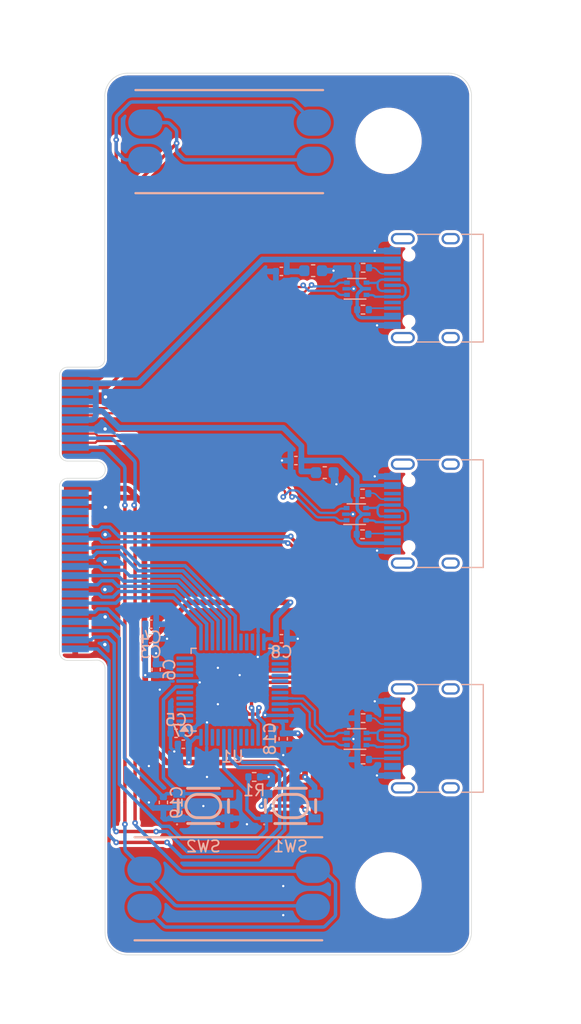
<source format=kicad_pcb>
(kicad_pcb (version 20240108) (generator "pcbnew") (generator_version "8.0")
  (title_block (title "uhub") (date "2023-10-19") (rev "0x01") (company "vitaly.codes"))
  (layers (0 "F.Cu" mixed) (1 "In1.Cu" power) (2 "In2.Cu" signal) (31 "B.Cu" mixed) (34 "B.Paste" user) (35 "F.Paste" user) (36 "B.SilkS" user "B.Silkscreen") (37 "F.SilkS" user "F.Silkscreen") (38 "B.Mask" user) (39 "F.Mask" user) (44 "Edge.Cuts" user))
  (net 0 "")
  (net 1 "+5V")
  (net 4 "/SCL0")
  (net 5 "GND")
  (net 6 "/SPK_LP")
  (net 7 "/SPK_LN")
  (net 8 "/USB2_D-")
  (net 9 "/USB1_D+")
  (net 10 "/SPK_RP")
  (net 11 "/SPK_RN")
  (net 12 "/GPIO17")
  (net 13 "/GPIO27")
  (net 14 "+3V3")
  (net 15 "Net-(J4-CC1)")
  (net 16 "Net-(J4-D+-PadA6)")
  (net 17 "Net-(J4-D--PadA7)")
  (net 19 "/USB1_D-")
  (net 20 "/USB2_D+")
  (net 21 "Net-(J4-CC2)")
  (net 22 "/GPIO16")
  (net 25 "/SDA0")
  (net 26 "/GPIO19")
  (net 27 "/GPIO20")
  (net 28 "NRST")
  (net 29 "/GPIO14_TXD")
  (net 30 "/GPIO15_RXD")
  (net 31 "/GPIO6")
  (net 32 "/Camera_GPIO")
  (net 35 "/GPIO24")
  (net 40 "/GPIO21")
  (net 42 "/GPIO18")
  (net 43 "/GPIO7")
  (net 46 "/GPIO26")
  (net 48 "/GPIO25")
  (net 52 "Net-(J6-CC1)")
  (net 53 "Net-(J6-D+-PadA6)")
  (net 54 "Net-(J6-D--PadA7)")
  (net 56 "Net-(J6-CC2)")
  (net 61 "Net-(J3-CC1)")
  (net 62 "Net-(J3-D+-PadA6)")
  (net 63 "Net-(J3-D--PadA7)")
  (net 65 "Net-(J3-CC2)")
  (net 73 "BOOT0")
  (net 80 "/USBD_D-")
  (net 94 "/USBD_D+")
  (footprint "@uhub:ext" (layer "F.Cu") (at 56.0036 91.285515 -90)
    (property "Reference" "J1" (hide yes))
    (property "Value" "uConsoleEXT")
    (fp_line (start -1.45 0) (end -8.25 0) (stroke (width 0.05)) (layer "Edge.Cuts"))
    (fp_line (start 1.45 0) (end 15.95 0) (stroke (width 0.05)) (layer "Edge.Cuts"))
    (fp_line (start -8.95 -0.7) (end -8.95 -2.5) (stroke (width 0.05)) (layer "Edge.Cuts"))
    (fp_line (start -0.75 -0.7) (end -0.75 -3.25) (stroke (width 0.05)) (layer "Edge.Cuts"))
    (fp_line (start 0.75 -0.7) (end 0.75 -3.25) (stroke (width 0.05)) (layer "Edge.Cuts"))
    (fp_line (start 16.65 -0.7) (end 16.65 -2.5) (stroke (width 0.05)) (layer "Edge.Cuts"))
    (fp_arc (start -8.25 0) (mid -8.744975 -0.205025) (end -8.95 -0.7) (stroke (width 0.05)) (layer "Edge.Cuts"))
    (fp_arc (start 1.45 0) (mid 0.955025 -0.205025) (end 0.75 -0.7) (stroke (width 0.05)) (layer "Edge.Cuts"))
    (fp_arc (start -0.75 -0.7) (mid -0.955025 -0.205025) (end -1.45 0) (stroke (width 0.05)) (layer "Edge.Cuts"))
    (fp_arc (start 16.65 -0.7) (mid 16.444975 -0.205025) (end 15.95 0) (stroke (width 0.05)) (layer "Edge.Cuts"))
    (fp_arc (start -0.75 -3.25) (mid 0 -4) (end 0.75 -3.25) (stroke (width 0.05)) (layer "Edge.Cuts"))
  )
  (footprint "MountingHole:MountingHole_5.3mm_M5" (layer "F.Cu") (at 84.775 127.5786)
    (property "Reference" "H2" (hide yes))
    (property "Value" "MountingHole")
  )
  (footprint "MountingHole:MountingHole_5.3mm_M5" (layer "F.Cu") (at 84.775 62.5786)
    (property "Reference" "H1" (hide yes))
    (property "Value" "MountingHole")
  )
  (footprint "Capacitor_SMD:C_0402_1005Metric" (layer "B.Cu") (at 66.195 114.3 180)
    (property "Reference" "C5")
    (property "Value" "100nF")
  )
  (footprint "Capacitor_SMD:C_0402_1005Metric" (layer "B.Cu") (at 66.83 115.2525 180)
    (property "Reference" "C7")
    (property "Value" "100nF")
  )
  (footprint "Capacitor_SMD:C_0402_1005Metric" (layer "B.Cu") (at 63.98 106.045)
    (property "Reference" "C3")
    (property "Value" "4.7uF")
  )
  (footprint "Resistor_SMD:R_0402_1005Metric" (layer "B.Cu") (at 82.55 112.9792)
    (property "Reference" "R12" (hide yes))
    (property "Value" "5.1K")
  )
  (footprint "Package_TO_SOT_SMD:SOT-666" (layer "B.Cu") (at 81.985126 114.797176)
    (property "Reference" "U8" (hide yes))
    (property "Value" "USBLC6-2P6" (hide yes))
  )
  (footprint "Capacitor_SMD:C_0402_1005Metric" (layer "B.Cu") (at 63.98 104.775001)
    (property "Reference" "C4")
    (property "Value" "1uF")
  )
  (footprint "Capacitor_SMD:C_0402_1005Metric" (layer "B.Cu") (at 64.4525 108.74 90)
    (property "Reference" "C6")
    (property "Value" "100nF")
  )
  (footprint "Capacitor_SMD:C_0402_1005Metric" (layer "B.Cu") (at 65.0875 120.3325 90)
    (property "Reference" "C19")
    (property "Value" "100nF")
  )
  (footprint "Package_TO_SOT_SMD:SOT-666" (layer "B.Cu") (at 81.9912 75.49139)
    (property "Reference" "U5" (hide yes))
    (property "Value" "USBLC6-2P6")
  )
  (footprint "Resistor_SMD:R_0402_1005Metric" (layer "B.Cu") (at 82.4992 96.9264)
    (property "Reference" "R7" (hide yes))
    (property "Value" "56K")
  )
  (footprint "Capacitor_SMD:C_0603_1608Metric" (layer "B.Cu") (at 79.1975 91.5416 180)
    (property "Reference" "C12" (hide yes))
    (property "Value" "10uF")
  )
  (footprint "Capacitor_SMD:C_0603_1608Metric" (layer "B.Cu") (at 78.1812 73.914 180)
    (property "Reference" "C9" (hide yes))
    (property "Value" "10uF")
  )
  (footprint "Connector_USB:USB_C_Receptacle_HRO_TYPE-C-31-M-12" (layer "B.Cu") (at 89.153979 114.743259 -90)
    (property "Reference" "J6" (hide yes))
    (property "Value" "USB_C_Receptacle_USB2.0")
  )
  (footprint "JLCPCB_footprint:KEY-SMD_4P-L4.2-W3.2-P2.20-LS4.6" (layer "B.Cu") (at 68.58 120.65)
    (property "Reference" "SW2")
    (property "Value" "RST")
  )
  (footprint "Connector_USB:USB_C_Receptacle_HRO_TYPE-C-31-M-12" (layer "B.Cu") (at 89.154 95.123 -90)
    (property "Reference" "J4" (hide yes))
    (property "Value" "USB_C_Receptacle_USB2.0")
  )
  (footprint "Resistor_SMD:R_0402_1005Metric" (layer "B.Cu") (at 82.537923 77.317013)
    (property "Reference" "R5" (hide yes))
    (property "Value" "56K")
  )
  (footprint "Capacitor_SMD:C_0402_1005Metric" (layer "B.Cu") (at 75.41 106.045)
    (property "Reference" "C8")
    (property "Value" "100nF")
  )
  (footprint "JLCPCB_footprint:KEY-SMD_4P-L4.2-W3.2-P2.20-LS4.6" (layer "B.Cu") (at 76.2 120.65)
    (property "Reference" "SW1")
    (property "Value" "RST")
  )
  (footprint "Capacitor_SMD:C_0402_1005Metric" (layer "B.Cu") (at 75.4025 73.9775)
    (property "Reference" "C10" (hide yes))
    (property "Value" "100nF")
  )
  (footprint "Connector_USB:USB_C_Receptacle_HRO_TYPE-C-31-M-12" (layer "B.Cu") (at 89.154 75.438 -90)
    (property "Reference" "J3" (hide yes))
    (property "Value" "USB_C_Receptacle_USB2.0")
  )
  (footprint "@uhub:speaker" (layer "B.Cu") (at 70.8406 121.4374 180)
    (property "Reference" "J7" (hide yes))
    (property "Value" "uConsoleSpeaker")
  )
  (footprint "Package_QFP:LQFP-48_7x7mm_P0.5mm" (layer "B.Cu") (at 71.12 110.49)
    (property "Reference" "U1")
    (property "Value" "STM32F072C8Tx")
  )
  (footprint "Resistor_SMD:R_0402_1005Metric" (layer "B.Cu") (at 73.025 118.11)
    (property "Reference" "R1")
    (property "Value" "10k")
  )
  (footprint "Resistor_SMD:R_0402_1005Metric" (layer "B.Cu") (at 82.55 116.586)
    (property "Reference" "R11" (hide yes))
    (property "Value" "5.1K")
  )
  (footprint "Resistor_SMD:R_0402_1005Metric" (layer "B.Cu") (at 82.552 73.66)
    (property "Reference" "R6" (hide yes))
    (property "Value" "56K")
  )
  (footprint "Resistor_SMD:R_0402_1005Metric" (layer "B.Cu") (at 82.4972 93.3704)
    (property "Reference" "R8" (hide yes))
    (property "Value" "56K")
  )
  (footprint "@uhub:speaker" (layer "B.Cu") (at 70.9168 56.2102 180)
    (property "Reference" "J5" (hide yes))
    (property "Value" "uConsoleSpeaker")
  )
  (footprint "Capacitor_SMD:C_0402_1005Metric" (layer "B.Cu") (at 76.6725 90.4875)
    (property "Reference" "C13" (hide yes))
    (property "Value" "100nF")
  )
  (footprint "Capacitor_SMD:C_0402_1005Metric" (layer "B.Cu") (at 75.565 114.78 -90)
    (property "Reference" "C18")
    (property "Value" "100nF")
  )
  (footprint "Package_TO_SOT_SMD:SOT-666" (layer "B.Cu") (at 81.954 95.1697)
    (property "Reference" "U6" (hide yes))
    (property "Value" "USBLC6-2P6")
  )
  (gr_line (start 58.5036 107.935515) (end 59.295263 107.915192) (stroke (width 0.05)) (layer "Edge.Cuts"))
  (gr_line (start 59.960476 81.629224) (end 59.969308 58.677903) (stroke (width 0.05)) (layer "Edge.Cuts"))
  (gr_arc (start 59.960476 81.629224) (mid 59.757477 82.121846) (end 59.266531 82.328915) (stroke (width 0.05)) (layer "Edge.Cuts"))
  (gr_arc (start 61.959742 133.648461) (mid 60.563478 133.069971) (end 59.985239 131.673603) (stroke (width 0.05)) (layer "Edge.Cuts"))
  (gr_line (start 59.985239 131.673603) (end 59.985239 108.631442) (stroke (width 0.05)) (layer "Edge.Cuts"))
  (gr_arc (start 59.95969 58.677894) (mid 60.551236 57.255593) (end 61.976 56.670001) (stroke (width 0.05)) (layer "Edge.Cuts"))
  (gr_line (start 59.266531 82.328915) (end 58.5036 82.335515) (stroke (width 0.05)) (layer "Edge.Cuts"))
  (gr_line (start 61.976 56.67) (end 90.025415 56.67) (stroke (width 0.05)) (layer "Edge.Cuts"))
  (gr_arc (start 92.025856 131.676807) (mid 91.429996 133.072727) (end 90.025655 133.648461) (stroke (width 0.05)) (layer "Edge.Cuts"))
  (gr_line (start 90.025655 133.648461) (end 61.959742 133.648461) (stroke (width 0.05)) (layer "Edge.Cuts"))
  (gr_arc (start 90.025415 56.67) (mid 91.441157 57.256067) (end 92.0276 58.671652) (stroke (width 0.05)) (layer "Edge.Cuts"))
  (gr_line (start 92.025959 58.671651) (end 92.025857 131.676807) (stroke (width 0.05)) (layer "Edge.Cuts"))
  (gr_arc (start 59.295263 107.915192) (mid 59.782946 108.135857) (end 59.985239 108.631442) (stroke (width 0.05)) (layer "Edge.Cuts"))
  (segment (start 59.182 83.9216) (end 59.182 84.5312) (width 0.5) (layer "B.Cu") (net 1))
  (segment (start 82.027923 77.317013) (end 82.027923 77.586753) (width 0.3) (layer "B.Cu") (net 1))
  (segment (start 81.9872 91.937482) (end 81.9872 93.3704) (width 0.5) (layer "B.Cu") (net 1))
  (segment (start 85.061 72.94) (end 81.915 72.94) (width 0.5) (layer "B.Cu") (net 1))
  (segment (start 82.0287 92.8744) (end 82.0287 94.581512) (width 0.3) (layer "B.Cu") (net 1))
  (segment (start 57.3786 84.535515) (end 59.177685 84.535515) (width 0.5) (layer "B.Cu") (net 1))
  (segment (start 80.537218 90.4875) (end 81.9872 91.937482) (width 0.5) (layer "B.Cu") (net 1))
  (segment (start 58.75403 86.935515) (end 57.3786 86.935515) (width 0.5) (layer "B.Cu") (net 1))
  (segment (start 59.160715 86.135515) (end 59.182 86.1568) (width 0.5) (layer "B.Cu") (net 1))
  (segment (start 61.2775 87.63) (end 75.565 87.63) (width 0.5) (layer "B.Cu") (net 1))
  (segment (start 85.091215 77.905785) (end 85.109 77.888) (width 0.3) (layer "B.Cu") (net 1))
  (segment (start 82.137638 97.555338) (end 82.159685 97.577385) (width 0.3) (layer "B.Cu") (net 1))
  (segment (start 59.56683 86.1568) (end 59.182 86.1568) (width 0.5) (layer "B.Cu") (net 1))
  (segment (start 82.9162 75.49139) (end 82.67058 75.49139) (width 0.3) (layer "B.Cu") (net 1))
  (segment (start 82.014623 95.805647) (end 82.014623 96.988613) (width 0.3) (layer "B.Cu") (net 1))
  (segment (start 82.46997 78.0288) (end 84.79423 78.0288) (width 0.3) (layer "B.Cu") (net 1))
  (segment (start 82.0287 92.8744) (end 82.120485 92.782615) (width 0.3) (layer "B.Cu") (net 1))
  (segment (start 82.45667 97.7004) (end 84.78093 97.7004) (width 0.3) (layer "B.Cu") (net 1))
  (segment (start 61.24575 87.66175) (end 59.863815 86.279815) (width 0.5) (layer "B.Cu") (net 1))
  (segment (start 75.565 87.63) (end 77.1525 89.2175) (width 0.5) (layer "B.Cu") (net 1))
  (segment (start 59.11893 83.85853) (end 59.182 83.9216) (width 0.5) (layer "B.Cu") (net 1))
  (segment (start 75.8825 72.94) (end 75.8825 73.9775) (width 0.5) (layer "B.Cu") (net 1))
  (segment (start 82.360295 95.286005) (end 82.137638 95.508662) (width 0.3) (layer "B.Cu") (net 1))
  (segment (start 59.182 85.344) (end 59.182 86.1568) (width 0.5) (layer "B.Cu") (net 1))
  (segment (start 82.9162 75.49139) (end 82.67576 75.49139) (width 0.3) (layer "B.Cu") (net 1))
  (segment (start 75.8825 72.94) (end 73.745 72.94) (width 0.5) (layer "B.Cu") (net 1))
  (segment (start 59.173515 85.335515) (end 59.182 85.344) (width 0.5) (layer "B.Cu") (net 1))
  (segment (start 82.41747 92.6596) (end 85.0957 92.6596) (width 0.3) (layer "B.Cu") (net 1))
  (segment (start 59.058985 86.80453) (end 59.051015 86.8125) (width 0.5) (layer "B.Cu") (net 1))
  (segment (start 59.182 84.5312) (end 59.182 85.344) (width 0.5) (layer "B.Cu") (net 1))
  (segment (start 82.9029 95.16299) (end 82.65728 95.16299) (width 0.3) (layer "B.Cu") (net 1))
  (segment (start 59.182 86.1568) (end 59.182 86.507545) (width 0.5) (layer "B.Cu") (net 1))
  (segment (start 57.3786 85.335515) (end 59.173515 85.335515) (width 0.5) (layer "B.Cu") (net 1))
  (segment (start 82.616888 95.1697) (end 82.879 95.1697) (width 0.3) (layer "B.Cu") (net 1))
  (segment (start 78.5746 91.44) (end 78.6762 91.5416) (width 0.5) (layer "B.Cu") (net 1))
  (segment (start 85.109 72.988) (end 85.061 72.94) (width 0.5) (layer "B.Cu") (net 1))
  (segment (start 59.177685 84.535515) (end 59.182 84.5312) (width 0.5) (layer "B.Cu") (net 1))
  (segment (start 82.014623 96.988613) (end 82.014623 97.258353) (width 0.3) (layer "B.Cu") (net 1))
  (segment (start 77.3427 73.9775) (end 77.4062 73.914) (width 0.5) (layer "B.Cu") (net 1))
  (segment (start 61.24575 87.66175) (end 61.2775 87.63) (width 0.5) (layer "B.Cu") (net 1))
  (segment (start 77.1525 90.4875) (end 80.537218 90.4875) (width 0.5) (layer "B.Cu") (net 1))
  (segment (start 77.1525 91.44) (end 78.5746 91.44) (width 0.5) (layer "B.Cu") (net 1))
  (segment (start 82.027923 76.134047) (end 82.027923 77.317013) (width 0.3) (layer "B.Cu") (net 1))
  (segment (start 57.3786 86.135515) (end 59.160715 86.135515) (width 0.5) (layer "B.Cu") (net 1))
  (segment (start 82.042 73.66) (end 82.042 73.067) (width 0.3) (layer "B.Cu") (net 1))
  (segment (start 85.077915 97.577385) (end 85.0957 97.5596) (width 0.3) (layer "B.Cu") (net 1))
  (segment (start 62.949485 83.735515) (end 57.3786 83.735515) (width 0.5) (layer "B.Cu") (net 1))
  (segment (start 82.150938 77.883738) (end 82.172985 77.905785) (width 0.3) (layer "B.Cu") (net 1))
  (segment (start 82.373595 75.614405) (end 82.150938 75.837062) (width 0.3) (layer "B.Cu") (net 1))
  (segment (start 82.042 74.85763) (end 82.042 73.66) (width 0.3) (layer "B.Cu") (net 1))
  (segment (start 77.1525 91.44) (end 77.1525 90.4875) (width 0.5) (layer "B.Cu") (net 1))
  (segment (start 81.915 72.94) (end 75.8825 72.94) (width 0.5) (layer "B.Cu") (net 1))
  (segment (start 59.173515 85.335515) (end 59.173515 86.148315) (width 0.5) (layer "B.Cu") (net 1))
  (segment (start 59.173515 86.148315) (end 59.182 86.1568) (width 0.5) (layer "B.Cu") (net 1))
  (segment (start 73.745 72.94) (end 62.949485 83.735515) (width 0.5) (layer "B.Cu") (net 1))
  (segment (start 82.042 73.067) (end 81.915 72.94) (width 0.3) (layer "B.Cu") (net 1))
  (segment (start 75.8825 73.9775) (end 77.3427 73.9775) (width 0.5) (layer "B.Cu") (net 1))
  (segment (start 82.378775 75.368375) (end 82.165015 75.154615) (width 0.3) (layer "B.Cu") (net 1))
  (segment (start 77.1525 89.2175) (end 77.1525 90.4875) (width 0.5) (layer "B.Cu") (net 1))
  (segment (start 82.151715 94.878497) (end 82.319903 95.046685) (width 0.3) (layer "B.Cu") (net 1))
  (segment (start 57.3786 83.735515) (end 58.821945 83.735515) (width 0.5) (layer "B.Cu") (net 1))
  (segment (start 78.6762 91.5416) (end 78.6384 91.5038) (width 0.3) (layer "B.Cu") (net 1))
  (arc (start 82.67058 75.49139) (mid 82.509853 75.523361) (end 82.373595 75.614405) (width 0.3) (layer "B.Cu") (net 1))
  (arc (start 82.378775 75.368375) (mid 82.515033 75.45942) (end 82.67576 75.49139) (width 0.3) (layer "B.Cu") (net 1))
  (arc (start 59.182 86.507545) (mid 59.150029 86.668272) (end 59.058985 86.80453) (width 0.5) (layer "B.Cu") (net 1))
  (arc (start 82.172985 77.905785) (mid 82.309243 77.99683) (end 82.46997 78.0288) (width 0.3) (layer "B.Cu") (net 1))
  (arc (start 85.091215 77.905785) (mid 84.954957 77.99683) (end 84.79423 78.0288) (width 0.3) (layer "B.Cu") (net 1))
  (arc (start 82.137638 97.555338) (mid 82.046593 97.41908) (end 82.014623 97.258353) (width 0.3) (layer "B.Cu") (net 1))
  (arc (start 82.159685 97.577385) (mid 82.295943 97.66843) (end 82.45667 97.7004) (width 0.3) (layer "B.Cu") (net 1))
  (arc (start 82.165015 75.154615) (mid 82.07397 75.018357) (end 82.042 74.85763) (width 0.3) (layer "B.Cu") (net 1))
  (arc (start 82.65728 95.16299) (mid 82.496553 95.194961) (end 82.360295 95.286005) (width 0.3) (layer "B.Cu") (net 1))
  (arc (start 82.319903 95.046685) (mid 82.456161 95.13773) (end 82.616888 95.1697) (width 0.3) (layer "B.Cu") (net 1))
  (arc (start 82.151715 94.878497) (mid 82.06067 94.742239) (end 82.0287 94.581512) (width 0.3) (layer "B.Cu") (net 1))
  (arc (start 82.150938 77.883738) (mid 82.059893 77.74748) (end 82.027923 77.586753) (width 0.3) (layer "B.Cu") (net 1))
  (arc (start 58.75403 86.935515) (mid 58.914757 86.903544) (end 59.051015 86.8125) (width 0.5) (layer "B.Cu") (net 1))
  (arc (start 59.11893 83.85853) (mid 58.982672 83.767485) (end 58.821945 83.735515) (width 0.5) (layer "B.Cu") (net 1))
  (arc (start 82.027923 76.134047) (mid 82.059894 75.97332) (end 82.150938 75.837062) (width 0.3) (layer "B.Cu") (net 1))
  (arc (start 82.120485 92.782615) (mid 82.256743 92.69157) (end 82.41747 92.6596) (width 0.3) (layer "B.Cu") (net 1))
  (arc (start 85.077915 97.577385) (mid 84.941657 97.66843) (end 84.78093 97.7004) (width 0.3) (layer "B.Cu") (net 1))
  (arc (start 82.014623 95.805647) (mid 82.046594 95.64492) (end 82.137638 95.508662) (width 0.3) (layer "B.Cu") (net 1))
  (arc (start 59.863815 86.279815) (mid 59.727557 86.18877) (end 59.56683 86.1568) (width 0.5) (layer "B.Cu") (net 1))
  (segment (start 60.96 123.825) (end 65.405 123.825) (width 0.3) (layer "F.Cu") (net 4))
  (via (at 65.405 123.825) (size 0.5) (drill 0.2) (layers "F.Cu" "B.Cu") (net 4))
  (via (at 60.96 123.825) (size 0.5) (drill 0.2) (layers "F.Cu" "B.Cu") (net 4))
  (segment (start 66.675 125.095) (end 65.405 123.825) (width 0.3) (layer "B.Cu") (net 4))
  (segment (start 60.335239 107.960239) (end 59.310515 106.935515) (width 0.3) (layer "B.Cu") (net 4))
  (segment (start 75.6975 117.6075) (end 75.6975 122.741396) (width 0.3) (layer "B.Cu") (net 4))
  (segment (start 59.310515 106.935515) (end 57.3786 106.935515) (width 0.3) (layer "B.Cu") (net 4))
  (segment (start 73.343896 125.095) (end 66.675 125.095) (width 0.3) (layer "B.Cu") (net 4))
  (segment (start 75.6975 117.6075) (end 74.93 116.84) (width 0.3) (layer "B.Cu") (net 4))
  (segment (start 60.335239 123.200239) (end 60.335239 107.960239) (width 0.3) (layer "B.Cu") (net 4))
  (segment (start 74.93 116.84) (end 72.005 116.84) (width 0.3) (layer "B.Cu") (net 4))
  (segment (start 71.37 116.205) (end 71.37 114.6525) (width 0.3) (layer "B.Cu") (net 4))
  (segment (start 75.6975 122.741396) (end 73.343896 125.095) (width 0.3) (layer "B.Cu") (net 4))
  (segment (start 60.335239 123.200239) (end 60.96 123.825) (width 0.3) (layer "B.Cu") (net 4))
  (segment (start 72.005 116.84) (end 71.37 116.205) (width 0.3) (layer "B.Cu") (net 4))
  (segment (start 59.978515 96.935515) (end 57.3786 96.935515) (width 0.5) (layer "F.Cu") (net 5))
  (segment (start 59.951915 106.535515) (end 57.3786 106.535515) (width 0.5) (layer "F.Cu") (net 5))
  (segment (start 60.0202 84.935515) (end 57.3786 84.935515) (width 0.5) (layer "F.Cu") (net 5))
  (segment (start 59.952515 101.735515) (end 57.3786 101.735515) (width 0.5) (layer "F.Cu") (net 5))
  (segment (start 59.9948 104.14) (end 59.3598 104.14) (width 0.5) (layer "F.Cu") (net 5))
  (segment (start 59.9948 99.336471) (end 59.356871 99.336471) (width 0.5) (layer "F.Cu") (net 5))
  (segment (start 59.990307 87.733922) (end 59.714915 87.45853) (width 0.5) (layer "F.Cu") (net 5))
  (segment (start 59.355915 99.335515) (end 57.3786 99.335515) (width 0.5) (layer "F.Cu") (net 5))
  (segment (start 59.9694 101.7524) (end 59.952515 101.735515) (width 0.5) (layer "F.Cu") (net 5))
  (segment (start 59.9694 106.553) (end 59.951915 106.535515) (width 0.5) (layer "F.Cu") (net 5))
  (segment (start 59.355315 104.135515) (end 57.3786 104.135515) (width 0.5) (layer "F.Cu") (net 5))
  (segment (start 59.356871 99.336471) (end 59.355915 99.335515) (width 0.5) (layer "F.Cu") (net 5))
  (segment (start 60.0202 94.5642) (end 59.991515 94.535515) (width 0.5) (layer "F.Cu") (net 5))
  (segment (start 59.991515 94.535515) (end 57.3786 94.535515) (width 0.5) (layer "F.Cu") (net 5))
  (segment (start 59.9948 96.9518) (end 59.978515 96.935515) (width 0.5) (layer "F.Cu") (net 5))
  (segment (start 59.3598 104.14) (end 59.355315 104.135515) (width 0.5) (layer "F.Cu") (net 5))
  (segment (start 59.41793 87.335515) (end 57.3786 87.335515) (width 0.5) (layer "F.Cu") (net 5))
  (via (at 68.58 120.65) (size 0.5) (drill 0.2) (layers "F.Cu" "B.Cu") (net 5))
  (via (at 72.39 122.2375) (size 0.5) (drill 0.2) (layers "F.Cu" "B.Cu") (net 5))
  (via (at 76.835 106.045) (size 0.5) (drill 0.2) (layers "F.Cu" "B.Cu") (net 5))
  (via (at 83.566 111.506) (size 0.5) (drill 0.2) (layers "F.Cu" "B.Cu") (net 5))
  (via (at 68.8975 113.3475) (size 0.5) (drill 0.2) (layers "F.Cu" "B.Cu") (net 5))
  (via (at 80.2132 92.5576) (size 0.5) (drill 0.2) (layers "F.Cu" "B.Cu") (net 5))
  (via (at 68.2625 109.855) (size 0.5) (drill 0.2) (layers "F.Cu" "B.Cu") (net 5))
  (via (at 83.566 72.1868) (size 0.5) (drill 0.2) (layers "F.Cu" "B.Cu") (net 5))
  (via (at 59.9694 101.7524) (size 0.7) (drill 0.3) (layers "F.Cu" "B.Cu") (net 5))
  (via (at 64.4525 107.315) (size 0.5) (drill 0.2) (layers "F.Cu" "B.Cu") (net 5))
  (via (at 75.565 116.205) (size 0.5) (drill 0.2) (layers "F.Cu" "B.Cu") (net 5))
  (via (at 64.77 110.49) (size 0.5) (drill 0.2) (layers "F.Cu" "B.Cu") (net 5))
  (via (at 75.453299 90.4875) (size 0.5) (drill 0.2) (layers "F.Cu" "B.Cu") (net 5))
  (via (at 81.6651 95.1697) (size 0.5) (drill 0.2) (layers "F.Cu" "B.Cu") (net 5))
  (via (at 65.405 106.045) (size 0.5) (drill 0.2) (layers "F.Cu" "B.Cu") (net 5))
  (via (at 81.722088 75.4888) (size 0.5) (drill 0.2) (layers "F.Cu" "B.Cu") (net 5))
  (via (at 69.85 108.585) (size 0.5) (drill 0.2) (layers "F.Cu" "B.Cu") (net 5))
  (via (at 63.8175 120.3325) (size 0.5) (drill 0.2) (layers "F.Cu" "B.Cu") (net 5))
  (via (at 75.565 130.175) (size 0.5) (drill 0.2) (layers "F.Cu" "B.Cu") (net 5))
  (via (at 68.8975 118.11) (size 0.5) (drill 0.2) (layers "F.Cu" "B.Cu") (net 5))
  (via (at 71.755 109.22) (size 0.5) (drill 0.2) (layers "F.Cu" "B.Cu") (net 5))
  (via (at 83.768 78.688) (size 0.5) (drill 0.2) (layers "F.Cu" "B.Cu") (net 5))
  (via (at 59.9948 96.9518) (size 0.7) (drill 0.3) (layers "F.Cu" "B.Cu") (net 5))
  (via (at 66.04 115.8875) (size 0.5) (drill 0.2) (layers "F.Cu" "B.Cu") (net 5))
  (via (at 59.9948 104.14) (size 0.7) (drill 0.3) (layers "F.Cu" "B.Cu") (net 5))
  (via (at 73.3425 107.6325) (size 0.5) (drill 0.2) (layers "F.Cu" "B.Cu") (net 5))
  (via (at 83.768 98.3476) (size 0.5) (drill 0.2) (layers "F.Cu" "B.Cu") (net 5))
  (via (at 83.566 91.866505) (size 0.5) (drill 0.2) (layers "F.Cu" "B.Cu") (net 5))
  (via (at 63.8175 117.1575) (size 0.5) (drill 0.2) (layers "F.Cu" "B.Cu") (net 5))
  (via (at 59.9948 99.336471) (size 0.7) (drill 0.3) (layers "F.Cu" "B.Cu") (net 5))
  (via (at 60.0202 94.5642) (size 0.7) (drill 0.3) (layers "F.Cu" "B.Cu") (net 5))
  (via (at 83.755888 117.982192) (size 0.5) (drill 0.2) (layers "F.Cu" "B.Cu") (net 5))
  (via (at 59.990307 87.733922) (size 0.7) (drill 0.3) (layers "F.Cu" "B.Cu") (net 5))
  (via (at 60.0202 84.935515) (size 0.7) (drill 0.3) (layers "F.Cu" "B.Cu") (net 5))
  (via (at 69.85 111.76) (size 0.5) (drill 0.2) (layers "F.Cu" "B.Cu") (net 5))
  (via (at 81.703088 114.7964) (size 0.5) (drill 0.2) (layers "F.Cu" "B.Cu") (net 5))
  (via (at 79.9592 73.914) (size 0.5) (drill 0.2) (layers "F.Cu" "B.Cu") (net 5))
  (via (at 73.9775 112.7125) (size 0.5) (drill 0.2) (layers "F.Cu" "B.Cu") (net 5))
  (via (at 59.9694 106.553) (size 0.7) (drill 0.3) (layers "F.Cu" "B.Cu") (net 5))
  (via (at 74.295 118.11) (size 0.5) (drill 0.2) (layers "F.Cu" "B.Cu") (net 5))
  (via (at 75.565 127.635) (size 0.5) (drill 0.2) (layers "F.Cu" "B.Cu") (net 5))
  (arc (start 59.714915 87.45853) (mid 59.578657 87.367485) (end 59.41793 87.335515) (width 0.5) (layer "F.Cu") (net 5))
  (segment (start 78.9562 73.914) (end 79.9592 73.914) (width 0.3) (layer "B.Cu") (net 5))
  (segment (start 74.005 112.74) (end 73.9775 112.7125) (width 0.3) (layer "B.Cu") (net 5))
  (segment (start 75.565 115.26) (end 75.565 116.205) (width 0.5) (layer "B.Cu") (net 5))
  (segment (start 81.0662 75.49139) (end 81.719498 75.49139) (width 0.2) (layer "B.Cu") (net 5))
  (segment (start 75.2825 112.74) (end 74.005 112.74) (width 0.3) (layer "B.Cu") (net 5))
  (segment (start 85.101064 91.866505) (end 83.566 91.866505) (width 0.3) (layer "B.Cu") (net 5))
  (segment (start 83.5672 72.188) (end 83.566 72.1868) (width 0.3) (layer "B.Cu") (net 5))
  (segment (start 82.04 115.133312) (end 81.703088 114.7964) (width 0.5) (layer "B.Cu") (net 5))
  (segment (start 73.37 107.605) (end 73.3425 107.6325) (width 0.3) (layer "B.Cu") (net 5))
  (segment (start 81.6651 95.1697) (end 81.029 95.1697) (width 0.2) (layer "B.Cu") (net 5))
  (segment (start 85.109 72.188) (end 83.5672 72.188) (width 0.3) (layer "B.Cu") (net 5))
  (segment (start 64.46 106.045) (end 64.46 104.775001) (width 0.5) (layer "B.Cu") (net 5))
  (segment (start 73.37 106.3275) (end 73.37 107.605) (width 0.3) (layer "B.Cu") (net 5))
  (segment (start 80.2262 92.5446) (end 80.2132 92.5576) (width 0.3) (layer "B.Cu") (net 5))
  (segment (start 68.1475 109.74) (end 68.2625 109.855) (width 0.3) (layer "B.Cu") (net 5))
  (segment (start 65.715 114.3) (end 65.715 115.5625) (width 0.3) (layer "B.Cu") (net 5))
  (segment (start 83.057192 117.982192) (end 83.755888 117.982192) (width 0.5) (layer "B.Cu") (net 5))
  (segment (start 82.04 114.459488) (end 81.703088 114.7964) (width 0.5) (layer "B.Cu") (net 5))
  (segment (start 85.1078 78.6892) (end 83.7692 78.6892) (width 0.3) (layer "B.Cu") (net 5))
  (segment (start 82.04 112.9792) (end 82.04 114.459488) (width 0.5) (layer "B.Cu") (net 5))
  (segment (start 85.1078 98.3488) (end 83.7692 98.3488) (width 0.3) (layer "B.Cu") (net 5))
  (segment (start 66.9575 109.74) (end 68.1475 109.74) (width 0.3) (layer "B.Cu") (net 5))
  (segment (start 82.04 116.586) (end 82.04 116.965) (width 0.5) (layer "B.Cu") (net 5))
  (segment (start 64.46 106.045) (end 65.405 106.045) (width 0.5) (layer "B.Cu") (net 5))
  (segment (start 75.89 106.045) (end 76.835 106.045) (width 0.5) (layer "B.Cu") (net 5))
  (segment (start 82.04 116.586) (end 82.04 115.133312) (width 0.5) (layer "B.Cu") (net 5))
  (segment (start 76.192499 90.4875) (end 75.453299 90.4875) (width 0.3) (layer "B.Cu") (net 5))
  (segment (start 85.1078 111.506) (end 83.566 111.506) (width 0.3) (layer "B.Cu") (net 5))
  (segment (start 81.060126 114.797176) (end 81.702312 114.797176) (width 0.2) (layer "B.Cu") (net 5))
  (segment (start 73.534999 118.11) (end 74.295 118.11) (width 0.3) (layer "B.Cu") (net 5))
  (segment (start 68.87 113.375) (end 68.8975 113.3475) (width 0.3) (layer "B.Cu") (net 5))
  (segment (start 82.04 116.965) (end 83.057192 117.982192) (width 0.5) (layer "B.Cu") (net 5))
  (segment (start 82.04 112.9792) (end 82.04 112.27) (width 0.5) (layer "B.Cu") (net 5))
  (segment (start 81.702312 114.797176) (end 81.703088 114.7964) (width 0.2) (layer "B.Cu") (net 5))
  (segment (start 68.87 114.6525) (end 68.87 113.375) (width 0.3) (layer "B.Cu") (net 5))
  (segment (start 81.719498 75.49139) (end 81.722088 75.4888) (width 0.2) (layer "B.Cu") (net 5))
  (segment (start 82.04 112.27) (end 82.804 111.506) (width 0.5) (layer "B.Cu") (net 5))
  (segment (start 82.804 111.506) (end 83.566 111.506) (width 0.5) (layer "B.Cu") (net 5))
  (segment (start 80.2262 91.5416) (end 80.2262 92.5446) (width 0.3) (layer "B.Cu") (net 5))
  (segment (start 59.988714 87.735515) (end 57.3786 87.735515) (width 0.5) (layer "B.Cu") (net 5))
  (segment (start 64.4525 108.26) (end 64.4525 107.315) (width 0.5) (layer "B.Cu") (net 5))
  (segment (start 85.095688 117.983392) (end 83.757088 117.983392) (width 0.3) (layer "B.Cu") (net 5))
  (segment (start 65.715 115.5625) (end 66.04 115.8875) (width 0.3) (layer "B.Cu") (net 5))
  (segment (start 83.566 91.866505) (end 83.5152 91.815705) (width 0.3) (layer "B.Cu") (net 5))
  (segment (start 59.990307 87.733922) (end 59.988714 87.735515) (width 0.5) (layer "B.Cu") (net 5))
  (segment (start 60.96 66.97597) (end 60.96 81.816136) (width 0.3) (layer "F.Cu") (net 6))
  (segment (start 60.872132 82.028268) (end 59.652753 83.247647) (width 0.3) (layer "F.Cu") (net 6))
  (segment (start 60.96 62.484) (end 60.96 66.97597) (width 0.3) (layer "F.Cu") (net 6))
  (segment (start 59.440621 83.335515) (end 57.3786 83.335515) (width 0.3) (layer "F.Cu") (net 6))
  (via (at 60.96 62.484) (size 0.5) (drill 0.2) (layers "F.Cu" "B.Cu") (net 6))
  (arc (start 60.96 81.816136) (mid 60.937176 81.930943) (end 60.872132 82.028268) (width 0.3) (layer "F.Cu") (net 6))
  (arc (start 59.652753 83.247647) (mid 59.555426 83.312679) (end 59.440621 83.335515) (width 0.3) (layer "F.Cu") (net 6))
  (segment (start 61.87057 64.2366) (end 63.506644 64.2366) (width 0.3) (layer "B.Cu") (net 6))
  (segment (start 60.96 62.484) (end 60.96 60.62597) (width 0.3) (layer "B.Cu") (net 6))
  (segment (start 62.40397 59.182) (end 76.25463 59.182) (width 0.3) (layer "B.Cu") (net 6))
  (segment (start 76.551615 59.305015) (end 78.232 60.9854) (width 0.3) (layer "B.Cu") (net 6))
  (segment (start 60.96 62.484) (end 60.96 63.32603) (width 0.3) (layer "B.Cu") (net 6))
  (segment (start 61.083015 63.623015) (end 61.573585 64.113585) (width 0.3) (layer "B.Cu") (net 6))
  (segment (start 61.083015 60.328985) (end 62.106985 59.305015) (width 0.3) (layer "B.Cu") (net 6))
  (arc (start 76.551615 59.305015) (mid 76.415357 59.21397) (end 76.25463 59.182) (width 0.3) (layer "B.Cu") (net 6))
  (arc (start 61.083015 60.328985) (mid 60.99197 60.465243) (end 60.96 60.62597) (width 0.3) (layer "B.Cu") (net 6))
  (arc (start 61.083015 63.623015) (mid 60.99197 63.486757) (end 60.96 63.32603) (width 0.3) (layer "B.Cu") (net 6))
  (arc (start 61.87057 64.2366) (mid 61.709843 64.204629) (end 61.573585 64.113585) (width 0.3) (layer "B.Cu") (net 6))
  (arc (start 62.106985 59.305015) (mid 62.243243 59.21397) (end 62.40397 59.182) (width 0.3) (layer "B.Cu") (net 6))
  (segment (start 66.244841 62.7888) (end 61.984645 67.048996) (width 0.3) (layer "F.Cu") (net 7))
  (segment (start 60.037621 84.135515) (end 57.3786 84.135515) (width 0.3) (layer "F.Cu") (net 7))
  (segment (start 61.8998 67.30617) (end 61.8998 82.273336) (width 0.3) (layer "F.Cu") (net 7))
  (segment (start 61.811932 82.485468) (end 60.249753 84.047647) (width 0.3) (layer "F.Cu") (net 7))
  (via (at 66.244841 62.7888) (size 0.5) (drill 0.2) (layers "F.Cu" "B.Cu") (net 7))
  (arc (start 60.249753 84.047647) (mid 60.152426 84.112679) (end 60.037621 84.135515) (width 0.3) (layer "F.Cu") (net 7))
  (arc (start 61.984645 67.048996) (mid 61.922094 67.171166) (end 61.8998 67.30617) (width 0.3) (layer "F.Cu") (net 7))
  (arc (start 61.8998 82.273336) (mid 61.876964 82.388141) (end 61.811932 82.485468) (width 0.3) (layer "F.Cu") (net 7))
  (segment (start 66.244841 62.7888) (end 66.244841 61.846811) (width 0.3) (layer "B.Cu") (net 7))
  (segment (start 66.244841 62.7888) (end 66.244841 63.403871) (width 0.3) (layer "B.Cu") (net 7))
  (segment (start 66.121826 61.549826) (end 65.680415 61.108415) (width 0.3) (layer "B.Cu") (net 7))
  (segment (start 65.38343 60.9854) (end 63.506644 60.9854) (width 0.3) (layer "B.Cu") (net 7))
  (segment (start 66.367856 63.700856) (end 66.780585 64.113585) (width 0.3) (layer "B.Cu") (net 7))
  (segment (start 67.07757 64.2366) (end 78.232 64.2366) (width 0.3) (layer "B.Cu") (net 7))
  (arc (start 65.680415 61.108415) (mid 65.544157 61.01737) (end 65.38343 60.9854) (width 0.3) (layer "B.Cu") (net 7))
  (arc (start 66.244841 61.846811) (mid 66.21287 61.686084) (end 66.121826 61.549826) (width 0.3) (layer "B.Cu") (net 7))
  (arc (start 66.367856 63.700856) (mid 66.276811 63.564598) (end 66.244841 63.403871) (width 0.3) (layer "B.Cu") (net 7))
  (arc (start 66.780585 64.113585) (mid 66.916843 64.20463) (end 67.07757 64.2366) (width 0.3) (layer "B.Cu") (net 7))
  (segment (start 62.430702 88.783902) (end 64.6768 91.03) (width 0.2) (layer "F.Cu") (net 8))
  (segment (start 57.3786 88.935515) (end 59.141101 88.935515) (width 0.2) (layer "F.Cu") (net 8))
  (segment (start 75.727103 93.190303) (end 75.727103 93.500397) (width 0.2) (layer "F.Cu") (net 8))
  (segment (start 59.141101 88.935515) (end 59.292714 88.783902) (width 0.2) (layer "F.Cu") (net 8))
  (segment (start 59.292714 88.783902) (end 62.430702 88.783902) (width 0.2) (layer "F.Cu") (net 8))
  (segment (start 64.6768 91.03) (end 73.5668 91.03) (width 0.2) (layer "F.Cu") (net 8))
  (segment (start 75.727103 93.500397) (end 75.565 93.6625) (width 0.2) (layer "F.Cu") (net 8))
  (segment (start 73.5668 91.03) (end 75.727103 93.190303) (width 0.2) (layer "F.Cu") (net 8))
  (via (at 75.565 93.6625) (size 0.5) (drill 0.2) (layers "F.Cu" "B.Cu") (net 8))
  (segment (start 80.278753 94.930447) (end 80.403185 94.806015) (width 0.2) (layer "B.Cu") (net 8))
  (segment (start 76.1329 93.0946) (end 76.62723 93.0946) (width 0.2) (layer "B.Cu") (net 8))
  (segment (start 80.70017 94.683) (end 81.104 94.683) (width 0.2) (layer "B.Cu") (net 8))
  (segment (start 76.924215 93.217615) (end 78.637047 94.930447) (width 0.2) (layer "B.Cu") (net 8))
  (segment (start 78.934032 95.053462) (end 79.981768 95.053462) (width 0.2) (layer "B.Cu") (net 8))
  (segment (start 75.565 93.6625) (end 76.1329 93.0946) (width 0.2) (layer "B.Cu") (net 8))
  (arc (start 79.981768 95.053462) (mid 80.142495 95.021491) (end 80.278753 94.930447) (width 0.2) (layer "B.Cu") (net 8))
  (arc (start 78.637047 94.930447) (mid 78.773305 95.021492) (end 78.934032 95.053462) (width 0.2) (layer "B.Cu") (net 8))
  (arc (start 76.62723 93.0946) (mid 76.787957 93.12657) (end 76.924215 93.217615) (width 0.2) (layer "B.Cu") (net 8))
  (arc (start 80.403185 94.806015) (mid 80.539443 94.71497) (end 80.70017 94.683) (width 0.2) (layer "B.Cu") (net 8))
  (segment (start 62.996285 85.910515) (end 73.5668 75.34) (width 0.2) (layer "F.Cu") (net 9))
  (segment (start 59.490071 85.910515) (end 62.996285 85.910515) (width 0.2) (layer "F.Cu") (net 9))
  (segment (start 59.141101 85.735515) (end 59.193086 85.7875) (width 0.2) (layer "F.Cu") (net 9))
  (segment (start 76.835001 75.339999) (end 77.160919 75.339999) (width 0.2) (layer "F.Cu") (net 9))
  (segment (start 76.835 75.34) (end 76.835001 75.339999) (width 0.2) (layer "F.Cu") (net 9))
  (segment (start 77.160919 75.339999) (end 77.310918 75.19) (width 0.2) (layer "F.Cu") (net 9))
  (segment (start 57.3786 85.735515) (end 59.141101 85.735515) (width 0.2) (layer "F.Cu") (net 9))
  (segment (start 73.5668 75.34) (end 76.835 75.34) (width 0.2) (layer "F.Cu") (net 9))
  (via (at 77.310918 75.19) (size 0.5) (drill 0.2) (layers "F.Cu" "B.Cu") (net 9))
  (arc (start 59.193086 85.7875) (mid 59.329344 85.878545) (end 59.490071 85.910515) (width 0.2) (layer "F.Cu") (net 9))
  (segment (start 77.784862 75.663944) (end 79.960374 75.663944) (width 0.2) (layer "B.Cu") (net 9))
  (segment (start 80.67326 76.02889) (end 81.1412 76.02889) (width 0.2) (layer "B.Cu") (net 9))
  (segment (start 77.310918 75.19) (end 77.784862 75.663944) (width 0.2) (layer "B.Cu") (net 9))
  (segment (start 80.257359 75.786959) (end 80.376275 75.905875) (width 0.2) (layer "B.Cu") (net 9))
  (arc (start 79.960374 75.663944) (mid 80.121101 75.695915) (end 80.257359 75.786959) (width 0.2) (layer "B.Cu") (net 9))
  (arc (start 80.67326 76.02889) (mid 80.512533 75.996919) (end 80.376275 75.905875) (width 0.2) (layer "B.Cu") (net 9))
  (segment (start 62.611 120.3325) (end 62.611 122.12703) (width 0.3) (layer "F.Cu") (net 10))
  (segment (start 62.611 94.2975) (end 62.611 120.3325) (width 0.3) (layer "F.Cu") (net 10))
  (via (at 62.611 122.12703) (size 0.5) (drill 0.2) (layers "F.Cu" "B.Cu") (net 10))
  (via (at 62.52603 94.385515) (size 0.5) (drill 0.2) (layers "F.Cu" "B.Cu") (net 10))
  (segment (start 63.5508 129.54) (end 63.4746 129.54) (width 0.3) (layer "B.Cu") (net 10))
  (segment (start 62.611 94.300545) (end 62.52603 94.385515) (width 0.3) (layer "B.Cu") (net 10))
  (segment (start 62.734015 122.424015) (end 66.526585 126.216585) (width 0.3) (layer "B.Cu") (net 10))
  (segment (start 63.4746 129.54) (end 63.4746 129.4638) (width 0.3) (layer "B.Cu") (net 10))
  (segment (start 80.137 127.462748) (end 80.137 130.093252) (width 0.3) (layer "B.Cu") (net 10))
  (segment (start 66.82357 126.3396) (end 77.85483 126.3396) (width 0.3) (layer "B.Cu") (net 10))
  (segment (start 79.276464 126.469664) (end 80.043274 127.236474) (width 0.3) (layer "B.Cu") (net 10))
  (segment (start 80.043274 130.319526) (end 79.240126 131.122674) (width 0.3) (layer "B.Cu") (net 10))
  (segment (start 79.065784 126.335615) (end 79.097308 126.367139) (width 0.3) (layer "B.Cu") (net 10))
  (segment (start 78.151815 126.216585) (end 78.1558 126.2126) (width 0.3) (layer "B.Cu") (net 10))
  (segment (start 79.013852 131.2164) (end 65.392885 131.2164) (width 0.3) (layer "B.Cu") (net 10))
  (segment (start 62.611 94.2975) (end 62.611 94.300545) (width 0.3) (layer "B.Cu") (net 10))
  (segment (start 60.69313 88.65853) (end 62.487985 90.453385) (width 0.3) (layer "B.Cu") (net 10))
  (segment (start 79.276464 126.445775) (end 79.276464 126.469664) (width 0.3) (layer "B.Cu") (net 10))
  (segment (start 57.3786 88.535515) (end 60.396145 88.535515) (width 0.3) (layer "B.Cu") (net 10))
  (segment (start 62.611 90.75037) (end 62.611 94.2975) (width 0.3) (layer "B.Cu") (net 10))
  (segment (start 78.1812 126.2126) (end 78.768799 126.2126) (width 0.3) (layer "B.Cu") (net 10))
  (segment (start 65.110043 131.099243) (end 63.5508 129.54) (width 0.3) (layer "B.Cu") (net 10))
  (arc (start 62.734015 122.424015) (mid 62.64297 122.287757) (end 62.611 122.12703) (width 0.3) (layer "B.Cu") (net 10))
  (arc (start 78.151815 126.216585) (mid 78.015557 126.30763) (end 77.85483 126.3396) (width 0.3) (layer "B.Cu") (net 10))
  (arc (start 65.392885 131.2164) (mid 65.239811 131.185957) (end 65.110043 131.099243) (width 0.3) (layer "B.Cu") (net 10))
  (arc (start 79.065784 126.335615) (mid 78.929526 126.24457) (end 78.768799 126.2126) (width 0.3) (layer "B.Cu") (net 10))
  (arc (start 79.097308 126.367139) (mid 79.190969 126.397751) (end 79.276464 126.445775) (width 0.3) (layer "B.Cu") (net 10))
  (arc (start 60.69313 88.65853) (mid 60.556872 88.567485) (end 60.396145 88.535515) (width 0.3) (layer "B.Cu") (net 10))
  (arc (start 62.611 90.75037) (mid 62.579029 90.589643) (end 62.487985 90.453385) (width 0.3) (layer "B.Cu") (net 10))
  (arc (start 80.137 130.093252) (mid 80.112641 130.215711) (end 80.043274 130.319526) (width 0.3) (layer "B.Cu") (net 10))
  (arc (start 79.240126 131.122674) (mid 79.136311 131.192041) (end 79.013852 131.2164) (width 0.3) (layer "B.Cu") (net 10))
  (arc (start 66.526585 126.216585) (mid 66.662843 126.30763) (end 66.82357 126.3396) (width 0.3) (layer "B.Cu") (net 10))
  (arc (start 80.043274 127.236474) (mid 80.112641 127.340289) (end 80.137 127.462748) (width 0.3) (layer "B.Cu") (net 10))
  (segment (start 61.722 94.2975) (end 61.722 120.3325) (width 0.3) (layer "F.Cu") (net 11))
  (segment (start 61.722 120.3325) (end 61.722 122.2375) (width 0.3) (layer "F.Cu") (net 11))
  (via (at 61.722 94.385515) (size 0.5) (drill 0.2) (layers "F.Cu" "B.Cu") (net 11))
  (via (at 61.722 122.2375) (size 0.5) (drill 0.2) (layers "F.Cu" "B.Cu") (net 11))
  (segment (start 61.845015 124.627171) (end 63.430444 126.2126) (width 0.3) (layer "B.Cu") (net 11))
  (segment (start 78.1558 129.4638) (end 78.0542 129.3622) (width 0.3) (layer "B.Cu") (net 11))
  (segment (start 61.722 91.215) (end 61.722 94.2975) (width 0.3) (layer "B.Cu") (net 11))
  (segment (start 60.1395 89.45853) (end 61.598985 90.918015) (width 0.3) (layer "B.Cu") (net 11))
  (segment (start 61.722 94.2975) (end 61.722 94.385515) (width 0.3) (layer "B.Cu") (net 11))
  (segment (start 61.722 122.2375) (end 61.722 124.330186) (width 0.3) (layer "B.Cu") (net 11))
  (segment (start 57.3786 89.335515) (end 59.842515 89.335515) (width 0.3) (layer "B.Cu") (net 11))
  (segment (start 78.0542 129.3622) (end 66.332685 129.3622) (width 0.3) (layer "B.Cu") (net 11))
  (segment (start 66.049843 129.245043) (end 63.550387 126.745587) (width 0.3) (layer "B.Cu") (net 11))
  (arc (start 66.332685 129.3622) (mid 66.179612 129.331752) (end 66.049843 129.245043) (width 0.3) (layer "B.Cu") (net 11))
  (arc (start 61.722 124.330186) (mid 61.753971 124.490913) (end 61.845015 124.627171) (width 0.3) (layer "B.Cu") (net 11))
  (arc (start 63.550387 126.745587) (mid 63.440116 126.551279) (end 63.445085 126.327916) (width 0.3) (layer "B.Cu") (net 11))
  (arc (start 61.598985 90.918015) (mid 61.69003 91.054273) (end 61.722 91.215) (width 0.3) (layer "B.Cu") (net 11))
  (arc (start 60.1395 89.45853) (mid 60.003242 89.367485) (end 59.842515 89.335515) (width 0.3) (layer "B.Cu") (net 11))
  (segment (start 66.418376 101.0175) (end 69.870001 104.469125) (width 0.3) (layer "B.Cu") (net 13))
  (segment (start 61.595 101.0175) (end 66.418376 101.0175) (width 0.3) (layer "B.Cu") (net 13))
  (segment (start 61.113015 100.535515) (end 61.595 101.0175) (width 0.3) (layer "B.Cu") (net 13))
  (segment (start 69.870001 104.469125) (end 69.870001 106.3275) (width 0.3) (layer "B.Cu") (net 13))
  (segment (start 57.3786 100.535515) (end 61.113015 100.535515) (width 0.3) (layer "B.Cu") (net 13))
  (segment (start 63.5 109.22) (end 63.5 114.935) (width 0.5) (layer "F.Cu") (net 14))
  (segment (start 67.31 102.87) (end 63.5 106.68) (width 0.5) (layer "F.Cu") (net 14))
  (segment (start 76.2 102.87) (end 67.31 102.87) (width 0.5) (layer "F.Cu") (net 14))
  (segment (start 63.43015 107.88015) (end 63.5 107.95) (width 0.5) (layer "F.Cu") (net 14))
  (segment (start 77.47 116.84) (end 77.47 114.935) (width 0.5) (layer "F.Cu") (net 14))
  (segment (start 77.47 118.11) (end 77.47 116.84) (width 0.5) (layer "F.Cu") (net 14))
  (segment (start 63.5 114.935) (end 65.405 116.84) (width 0.5) (layer "F.Cu") (net 14))
  (segment (start 77.47 114.935) (end 76.835 114.3) (width 0.5) (layer "F.Cu") (net 14))
  (segment (start 65.405 116.84) (end 67.31 116.84) (width 0.5) (layer "F.Cu") (net 14))
  (segment (start 61.824345 92.935515) (end 57.3786 92.935515) (width 0.5) (layer "F.Cu") (net 14))
  (segment (start 77.47 118.11) (end 76.2 118.11) (width 0.5) (layer "F.Cu") (net 14))
  (segment (start 63.43015 94.36735) (end 62.12133 93.05853) (width 0.5) (layer "F.Cu") (net 14))
  (segment (start 77.455 116.855) (end 77.47 116.84) (width 0.5) (layer "F.Cu") (net 14))
  (segment (start 67.31 116.84) (end 67.325 116.855) (width 0.5) (layer "F.Cu") (net 14))
  (segment (start 63.5 107.95) (end 63.5 109.22) (width 0.5) (layer "F.Cu") (net 14))
  (segment (start 76.2 118.11) (end 73.66 120.65) (width 0.5) (layer "F.Cu") (net 14))
  (segment (start 63.43015 94.36735) (end 63.43015 107.88015) (width 0.5) (layer "F.Cu") (net 14))
  (segment (start 67.325 116.855) (end 77.455 116.855) (width 0.5) (layer "F.Cu") (net 14))
  (segment (start 62.624345 93.735515) (end 57.3786 93.735515) (width 0.5) (layer "F.Cu") (net 14))
  (segment (start 63.5 106.68) (end 63.5 107.95) (width 0.5) (layer "F.Cu") (net 14))
  (via (at 77.47 118.11) (size 0.5) (drill 0.2) (layers "F.Cu" "B.Cu") (net 14))
  (via (at 76.2 102.87) (size 0.5) (drill 0.2) (layers "F.Cu" "B.Cu") (net 14))
  (via (at 73.66 120.65) (size 0.5) (drill 0.2) (layers "F.Cu" "B.Cu") (net 14))
  (via (at 76.835 114.3) (size 0.5) (drill 0.2) (layers "F.Cu" "B.Cu") (net 14))
  (via (at 63.5 109.22) (size 0.5) (drill 0.2) (layers "F.Cu" "B.Cu") (net 14))
  (via (at 67.31 116.84) (size 0.5) (drill 0.2) (layers "F.Cu" "B.Cu") (net 14))
  (arc (start 62.12133 93.05853) (mid 61.985072 92.967485) (end 61.824345 92.935515) (width 0.5) (layer "F.Cu") (net 14))
  (arc (start 62.624345 93.735515) (mid 62.785072 93.767486) (end 62.92133 93.85853) (width 0.5) (layer "F.Cu") (net 14))
  (segment (start 73.9775 119.697494) (end 74.099924 119.57507) (width 0.5) (layer "B.Cu") (net 14))
  (segment (start 65.425001 109.240001) (end 65.405 109.22) (width 0.3) (layer "B.Cu") (net 14))
  (segment (start 66.9575 113.24) (end 66.675 113.5225) (width 0.3) (layer "B.Cu") (net 14))
  (segment (start 67.91 114.6525) (end 67.31 115.2525) (width 0.3) (layer "B.Cu") (net 14))
  (segment (start 78.300076 118.940076) (end 77.47 118.11) (width 0.5) (layer "B.Cu") (net 14))
  (segment (start 75.565 113.5225) (end 75.565 114.3) (width 0.3) (layer "B.Cu") (net 14))
  (segment (start 73.87 106.3275) (end 74.1525 106.045) (width 0.3) (layer "B.Cu") (net 14))
  (segment (start 63.5 109.22) (end 65.405 109.22) (width 0.5) (layer "B.Cu") (net 14))
  (segment (start 74.1525 106.045) (end 74.93 106.045) (width 0.3) (layer "B.Cu") (net 14))
  (segment (start 73.66 120.65) (end 73.9775 120.3325) (width 0.5) (layer "B.Cu") (net 14))
  (segment (start 66.9575 109.240001) (end 65.425001 109.240001) (width 0.3) (layer "B.Cu") (net 14))
  (segment (start 68.37 114.6525) (end 67.91 114.6525) (width 0.3) (layer "B.Cu") (net 14))
  (segment (start 76.2 102.87) (end 74.93 104.14) (width 0.5) (layer "B.Cu") (net 14))
  (segment (start 74.93 104.14) (end 74.93 106.045) (width 0.5) (layer "B.Cu") (net 14))
  (segment (start 76.835 114.3) (end 75.565 114.3) (width 0.5) (layer "B.Cu") (net 14))
  (segment (start 73.9775 120.3325) (end 73.9775 119.697494) (width 0.5) (layer "B.Cu") (net 14))
  (segment (start 63.5 109.22) (end 63.5 104.775001) (width 0.5) (layer "B.Cu") (net 14))
  (segment (start 78.300076 119.57507) (end 78.300076 118.940076) (width 0.5) (layer "B.Cu") (net 14))
  (segment (start 75.2825 113.24) (end 75.565 113.5225) (width 0.3) (layer "B.Cu") (net 14))
  (segment (start 67.31 115.2525) (end 67.31 114.935) (width 0.3) (layer "B.Cu") (net 14))
  (segment (start 66.675 113.5225) (end 66.675 114.3) (width 0.3) (layer "B.Cu") (net 14))
  (segment (start 67.31 114.935) (end 66.675 114.3) (width 0.3) (layer "B.Cu") (net 14))
  (segment (start 67.31 116.84) (end 67.31 115.2525) (width 0.5) (layer "B.Cu") (net 14))
  (segment (start 83.675715 93.454615) (end 83.957685 93.736585) (width 0.14) (layer "B.Cu") (net 15))
  (segment (start 84.25467 93.8596) (end 85.0957 93.8596) (width 0.14) (layer "B.Cu") (net 15))
  (segment (start 83.0487 93.3316) (end 83.37873 93.3316) (width 0.14) (layer "B.Cu") (net 15))
  (arc (start 83.675715 93.454615) (mid 83.539457 93.36357) (end 83.37873 93.3316) (width 0.14) (layer "B.Cu") (net 15))
  (arc (start 83.957685 93.736585) (mid 84.093943 93.82763) (end 84.25467 93.8596) (width 0.14) (layer "B.Cu") (net 15))
  (segment (start 83.6676 95.8596) (end 85.87993 95.8596) (width 0.2) (layer "B.Cu") (net 16))
  (segment (start 82.84661 95.7192) (end 83.35323 95.7192) (width 0.2) (layer "B.Cu") (net 16))
  (segment (start 86.2451 95.6684) (end 86.2451 95.23277) (width 0.2) (layer "B.Cu") (net 16))
  (segment (start 82.8279 95.70049) (end 82.84661 95.7192) (width 0.14) (layer "B.Cu") (net 16))
  (segment (start 86.122085 94.935785) (end 86.0459 94.8596) (width 0.2) (layer "B.Cu") (net 16))
  (segment (start 83.650215 95.842215) (end 83.6676 95.8596) (width 0.2) (layer "B.Cu") (net 16))
  (segment (start 86.0459 94.8596) (end 85.0957 94.8596) (width 0.2) (layer "B.Cu") (net 16))
  (segment (start 86.176915 95.736585) (end 86.2451 95.6684) (width 0.2) (layer "B.Cu") (net 16))
  (arc (start 83.650215 95.842215) (mid 83.513957 95.75117) (end 83.35323 95.7192) (width 0.2) (layer "B.Cu") (net 16))
  (arc (start 86.122085 94.935785) (mid 86.21313 95.072043) (end 86.2451 95.23277) (width 0.2) (layer "B.Cu") (net 16))
  (arc (start 85.87993 95.8596) (mid 86.040657 95.827629) (end 86.176915 95.736585) (width 0.2) (layer "B.Cu") (net 16))
  (segment (start 82.8279 94.62549) (end 83.55934 94.62549) (width 0.2) (layer "B.Cu") (net 17))
  (segment (start 83.9992 94.3596) (end 85.0957 94.3596) (width 0.2) (layer "B.Cu") (net 17))
  (segment (start 85.0957 95.3596) (end 84.0352 95.3596) (width 0.2) (layer "B.Cu") (net 17))
  (segment (start 83.82 94.97043) (end 83.82 94.71277) (width 0.2) (layer "B.Cu") (net 17))
  (segment (start 83.856325 94.502475) (end 83.9992 94.3596) (width 0.2) (layer "B.Cu") (net 17))
  (segment (start 83.943015 94.415785) (end 83.9992 94.3596) (width 0.2) (layer "B.Cu") (net 17))
  (segment (start 84.0352 95.3596) (end 83.943015 95.267415) (width 0.2) (layer "B.Cu") (net 17))
  (arc (start 83.82 94.71277) (mid 83.851971 94.552043) (end 83.943015 94.415785) (width 0.2) (layer "B.Cu") (net 17))
  (arc (start 83.856325 94.502475) (mid 83.720067 94.59352) (end 83.55934 94.62549) (width 0.2) (layer "B.Cu") (net 17))
  (arc (start 83.82 94.97043) (mid 83.851971 95.131157) (end 83.943015 95.267415) (width 0.2) (layer "B.Cu") (net 17))
  (segment (start 57.3786 86.535515) (end 59.141101 86.535515) (width 0.2) (layer "F.Cu") (net 19))
  (segment (start 76.835 75.79) (end 76.835001 75.790001) (width 0.2) (layer "F.Cu") (net 19))
  (segment (start 73.7532 75.79) (end 76.835 75.79) (width 0.2) (layer "F.Cu") (net 19))
  (segment (start 63.182685 86.360515) (end 73.7532 75.79) (width 0.2) (layer "F.Cu") (net 19))
  (segment (start 78.038556 75.169469) (end 78.038556 75.163944) (width 0.2) (layer "F.Cu") (net 19))
  (segment (start 59.490071 86.360515) (end 63.182685 86.360515) (width 0.2) (layer "F.Cu") (net 19))
  (segment (start 59.141101 86.535515) (end 59.193086 86.48353) (width 0.2) (layer "F.Cu") (net 19))
  (segment (start 76.835001 75.790001) (end 77.418024 75.790001) (width 0.2) (layer "F.Cu") (net 19))
  (segment (start 77.418024 75.790001) (end 78.038556 75.169469) (width 0.2) (layer "F.Cu") (net 19))
  (via (at 78.038556 75.163944) (size 0.5) (drill 0.2) (layers "F.Cu" "B.Cu") (net 19))
  (arc (start 59.193086 86.48353) (mid 59.329344 86.392485) (end 59.490071 86.360515) (width 0.2) (layer "F.Cu") (net 19))
  (segment (start 81.1412 74.95389) (end 80.62998 74.95389) (width 0.2) (layer "B.Cu") (net 19))
  (segment (start 80.332995 75.076905) (end 80.247315 75.162585) (width 0.2) (layer "B.Cu") (net 19))
  (segment (start 78.1431 75.268488) (end 78.038556 75.163944) (width 0.2) (layer "B.Cu") (net 19))
  (segment (start 79.95033 75.2856) (end 78.1431 75.2856) (width 0.2) (layer "B.Cu") (net 19))
  (segment (start 78.1431 75.2856) (end 78.1431 75.268488) (width 0.2) (layer "B.Cu") (net 19))
  (arc (start 80.62998 74.95389) (mid 80.469253 74.985861) (end 80.332995 75.076905) (width 0.2) (layer "B.Cu") (net 19))
  (arc (start 80.247315 75.162585) (mid 80.111057 75.25363) (end 79.95033 75.2856) (width 0.2) (layer "B.Cu") (net 19))
  (segment (start 76.177104 93.003904) (end 76.177104 93.500397) (width 0.2) (layer "F.Cu") (net 20))
  (segment (start 59.141101 88.135515) (end 59.339508 88.333922) (width 0.2) (layer "F.Cu") (net 20))
  (segment (start 64.8632 90.58) (end 73.7532 90.58) (width 0.2) (layer "F.Cu") (net 20))
  (segment (start 62.617122 88.333922) (end 64.8632 90.58) (width 0.2) (layer "F.Cu") (net 20))
  (segment (start 76.177104 93.500397) (end 76.339207 93.6625) (width 0.2) (layer "F.Cu") (net 20))
  (segment (start 73.7532 90.58) (end 76.177104 93.003904) (width 0.2) (layer "F.Cu") (net 20))
  (segment (start 57.3786 88.135515) (end 59.141101 88.135515) (width 0.2) (layer "F.Cu") (net 20))
  (segment (start 59.339508 88.333922) (end 62.617122 88.333922) (width 0.2) (layer "F.Cu") (net 20))
  (via (at 76.339207 93.6625) (size 0.5) (drill 0.2) (layers "F.Cu" "B.Cu") (net 20))
  (segment (start 81.104 95.758) (end 80.64117 95.758) (width 0.2) (layer "B.Cu") (net 20))
  (segment (start 79.98843 95.4532) (end 78.69737 95.4532) (width 0.2) (layer "B.Cu") (net 20))
  (segment (start 78.400385 95.330185) (end 76.737815 93.667615) (width 0.2) (layer "B.Cu") (net 20))
  (segment (start 76.457107 93.5446) (end 76.339207 93.6625) (width 0.2) (layer "B.Cu") (net 20))
  (segment (start 80.344185 95.634985) (end 80.285415 95.576215) (width 0.2) (layer "B.Cu") (net 20))
  (arc (start 76.737815 93.667615) (mid 76.601557 93.57657) (end 76.44083 93.5446) (width 0.2) (layer "B.Cu") (net 20))
  (arc (start 78.69737 95.4532) (mid 78.536643 95.42123) (end 78.400385 95.330185) (width 0.2) (layer "B.Cu") (net 20))
  (arc (start 80.285415 95.576215) (mid 80.149157 95.485171) (end 79.98843 95.4532) (width 0.2) (layer "B.Cu") (net 20))
  (arc (start 80.64117 95.758) (mid 80.480443 95.72603) (end 80.344185 95.634985) (width 0.2) (layer "B.Cu") (net 20))
  (segment (start 83.322637 96.8596) (end 85.0957 96.8596) (width 0.14) (layer "B.Cu") (net 21))
  (arc (start 83.051207 96.972029) (mid 83.17574 96.88882) (end 83.322637 96.8596) (width 0.14) (layer "B.Cu") (net 21))
  (segment (start 65.964188 102.4725) (end 68.37 104.878312) (width 0.3) (layer "B.Cu") (net 22))
  (segment (start 60.931802 102.935515) (end 61.394817 102.4725) (width 0.3) (layer "B.Cu") (net 22))
  (segment (start 61.394817 102.4725) (end 65.964188 102.4725) (width 0.3) (layer "B.Cu") (net 22))
  (segment (start 68.37 104.878312) (end 68.37 106.3275) (width 0.3) (layer "B.Cu") (net 22))
  (segment (start 57.3786 102.935515) (end 60.931802 102.935515) (width 0.3) (layer "B.Cu") (net 22))
  (segment (start 60.96 122.8725) (end 64.4525 122.8725) (width 0.3) (layer "F.Cu") (net 25))
  (via (at 60.96 122.8725) (size 0.5) (drill 0.2) (layers "F.Cu" "B.Cu") (net 25))
  (via (at 64.4525 122.8725) (size 0.5) (drill 0.2) (layers "F.Cu" "B.Cu") (net 25))
  (segment (start 74.743604 117.29) (end 75.2475 117.793896) (width 0.3) (layer "B.Cu") (net 25))
  (segment (start 65.405 122.8725) (end 64.4525 122.8725) (width 0.3) (layer "B.Cu") (net 25))
  (segment (start 75.2475 122.555) (end 73.1575 124.645) (width 0.3) (layer "B.Cu") (net 25))
  (segment (start 60.238639 105.903) (end 60.785239 106.4496) (width 0.3) (layer "B.Cu") (net 25))
  (segment (start 58.774915 106.135515) (end 59.00743 105.903) (width 0.3) (layer "B.Cu") (net 25))
  (segment (start 60.785239 122.555) (end 60.785239 122.697739) (width 0.3) (layer "B.Cu") (net 25))
  (segment (start 59.00743 105.903) (end 60.238639 105.903) (width 0.3) (layer "B.Cu") (net 25))
  (segment (start 60.785239 122.697739) (end 60.96 122.8725) (width 0.3) (layer "B.Cu") (net 25))
  (segment (start 71.6375 117.29) (end 74.743604 117.29) (width 0.3) (layer "B.Cu") (net 25))
  (segment (start 60.785239 106.4496) (end 60.785239 122.555) (width 0.3) (layer "B.Cu") (net 25))
  (segment (start 67.1775 124.645) (end 65.405 122.8725) (width 0.3) (layer "B.Cu") (net 25))
  (segment (start 57.3786 106.135515) (end 58.774915 106.135515) (width 0.3) (layer "B.Cu") (net 25))
  (segment (start 75.2475 117.793896) (end 75.2475 122.555) (width 0.3) (layer "B.Cu") (net 25))
  (segment (start 70.87 114.6525) (end 70.87 116.5225) (width 0.3) (layer "B.Cu") (net 25))
  (segment (start 73.1575 124.645) (end 67.1775 124.645) (width 0.3) (layer "B.Cu") (net 25))
  (segment (start 70.87 116.5225) (end 71.6375 117.29) (width 0.3) (layer "B.Cu") (net 25))
  (segment (start 65.36493 119.57507) (end 65.0875 119.8525) (width 0.3) (layer "B.Cu") (net 28))
  (segment (start 57.3786 103.735515) (end 59.055 103.735515) (width 0.3) (layer "B.Cu") (net 28))
  (segment (start 66.479924 119.57507) (end 65.36493 119.57507) (width 0.3) (layer "B.Cu") (net 28))
  (segment (start 66.479924 119.57507) (end 70.680076 119.57507) (width 0.3) (layer "B.Cu") (net 28))
  (segment (start 59.346866 103.443649) (end 60.217688 103.443649) (width 0.3) (layer "B.Cu") (net 28))
  (segment (start 66.18759 110.24) (end 65.0875 111.34009) (width 0.3) (layer "B.Cu") (net 28))
  (segment (start 65.0875 111.34009) (end 65.0875 118.182646) (width 0.3) (layer "B.Cu") (net 28))
  (segment (start 61.685239 116.450239) (end 65.0875 119.8525) (width 0.3) (layer "B.Cu") (net 28))
  (segment (start 66.9575 110.24) (end 66.18759 110.24) (width 0.3) (layer "B.Cu") (net 28))
  (segment (start 61.685239 104.9112) (end 61.685239 116.450239) (width 0.3) (layer "B.Cu") (net 28))
  (segment (start 60.217688 103.443649) (end 61.685239 104.9112) (width 0.3) (layer "B.Cu") (net 28))
  (segment (start 65.0875 118.182646) (end 66.479924 119.57507) (width 0.3) (layer "B.Cu") (net 28))
  (segment (start 59.055 103.735515) (end 59.346866 103.443649) (width 0.3) (layer "B.Cu") (net 28))
  (segment (start 72.792497 110.722503) (end 73.66 109.855) (width 0.3) (layer "F.Cu") (net 29))
  (segment (start 73.66 109.855) (end 78.105 109.855) (width 0.3) (layer "F.Cu") (net 29))
  (segment (start 78.105 109.855) (end 80.01 107.95) (width 0.3) (layer "F.Cu") (net 29))
  (segment (start 80.01 100.965) (end 76.221675 97.176675) (width 0.3) (layer "F.Cu") (net 29))
  (segment (start 76.221675 97.176675) (end 76.221675 97.103424) (width 0.3) (layer "F.Cu") (net 29))
  (segment (start 72.792497 112.0775) (end 72.792497 110.722503) (width 0.3) (layer "F.Cu") (net 29))
  (segment (start 80.01 107.95) (end 80.01 100.965) (width 0.3) (layer "F.Cu") (net 29))
  (via (at 72.792497 112.0775) (size 0.5) (drill 0.2) (layers "F.Cu" "B.Cu") (net 29))
  (via (at 76.221675 97.103424) (size 0.5) (drill 0.2) (layers "F.Cu" "B.Cu") (net 29))
  (segment (start 72.8925 112.7125) (end 72.8925 112.177503) (width 0.3) (layer "B.Cu") (net 29))
  (segment (start 72.8925 112.177503) (end 72.792497 112.0775) (width 0.3) (layer "B.Cu") (net 29))
  (segment (start 73.37 113.519214) (end 72.8925 113.041714) (width 0.3) (layer "B.Cu") (net 29))
  (segment (start 60.397122 96.3018) (end 61.236384 97.141062) (width 0.3) (layer "B.Cu") (net 29))
  (segment (start 57.3786 96.535515) (end 59.491846 96.535515) (width 0.3) (layer "B.Cu") (net 29))
  (segment (start 76.184037 97.141062) (end 76.221675 97.103424) (width 0.3) (layer "B.Cu") (net 29))
  (segment (start 73.37 114.6525) (end 73.37 113.519214) (width 0.3) (layer "B.Cu") (net 29))
  (segment (start 61.236384 97.141062) (end 76.184037 97.141062) (width 0.3) (layer "B.Cu") (net 29))
  (segment (start 59.491846 96.535515) (end 59.725561 96.3018) (width 0.3) (layer "B.Cu") (net 29))
  (segment (start 59.725561 96.3018) (end 60.397122 96.3018) (width 0.3) (layer "B.Cu") (net 29))
  (segment (start 72.8925 113.041714) (end 72.8925 112.7125) (width 0.3) (layer "B.Cu") (net 29))
  (segment (start 72.8925 112.7125) (end 72.8925 112.0775) (width 0.3) (layer "B.Cu") (net 29))
  (segment (start 76.111263 97.702659) (end 75.969841 97.702659) (width 0.3) (layer "F.Cu") (net 30))
  (segment (start 73.284682 112.6275) (end 72.564679 112.6275) (width 0.3) (layer "F.Cu") (net 30))
  (segment (start 72.242497 112.305318) (end 72.242497 110.636107) (width 0.3) (layer "F.Cu") (net 30))
  (segment (start 73.4425 112.469682) (end 73.284682 112.6275) (width 0.3) (layer "F.Cu") (net 30))
  (segment (start 79.56 107.763604) (end 79.56 101.151396) (width 0.3) (layer "F.Cu") (net 30))
  (segment (start 72.242497 110.636107) (end 73.473604 109.405) (width 0.3) (layer "F.Cu") (net 30))
  (segment (start 77.918604 109.405) (end 79.56 107.763604) (width 0.3) (layer "F.Cu") (net 30))
  (segment (start 73.473604 109.405) (end 77.918604 109.405) (width 0.3) (layer "F.Cu") (net 30))
  (segment (start 72.564679 112.6275) (end 72.242497 112.305318) (width 0.3) (layer "F.Cu") (net 30))
  (segment (start 73.4425 112.0775) (end 73.4425 112.469682) (width 0.3) (layer "F.Cu") (net 30))
  (segment (start 79.56 101.151396) (end 76.111263 97.702659) (width 0.3) (layer "F.Cu") (net 30))
  (via (at 73.4425 112.0775) (size 0.5) (drill 0.2) (layers "F.Cu" "B.Cu") (net 30))
  (via (at 75.969841 97.702659) (size 0.5) (drill 0.2) (layers "F.Cu" "B.Cu") (net 30))
  (segment (start 73.3425 112.855318) (end 73.3425 112.0775) (width 0.3) (layer "B.Cu") (net 30))
  (segment (start 73.87 113.382818) (end 73.3425 112.855318) (width 0.3) (layer "B.Cu") (net 30))
  (segment (start 75.858244 97.591062) (end 75.969841 97.702659) (width 0.3) (layer "B.Cu") (net 30))
  (segment (start 73.87 114.6525) (end 73.87 113.382818) (width 0.3) (layer "B.Cu") (net 30))
  (segment (start 60.364596 97.6018) (end 60.375334 97.591062) (width 0.3) (layer "B.Cu") (net 30))
  (segment (start 60.375334 97.591062) (end 75.858244 97.591062) (width 0.3) (layer "B.Cu") (net 30))
  (segment (start 57.3786 97.335515) (end 59.459276 97.335515) (width 0.3) (layer "B.Cu") (net 30))
  (segment (start 59.725561 97.6018) (end 60.364596 97.6018) (width 0.3) (layer "B.Cu") (net 30))
  (segment (start 59.459276 97.335515) (end 59.725561 97.6018) (width 0.3) (layer "B.Cu") (net 30))
  (segment (start 73.3425 112.0775) (end 73.4425 112.0775) (width 0.3) (layer "B.Cu") (net 30))
  (segment (start 60.6425 100.985515) (end 61.124485 101.4675) (width 0.3) (layer "B.Cu") (net 31))
  (segment (start 59.319485 101.335515) (end 59.669485 100.985515) (width 0.3) (layer "B.Cu") (net 31))
  (segment (start 59.669485 100.985515) (end 60.6425 100.985515) (width 0.3) (layer "B.Cu") (net 31))
  (segment (start 57.3786 101.335515) (end 59.319485 101.335515) (width 0.3) (layer "B.Cu") (net 31))
  (segment (start 61.124485 101.4675) (end 66.23198 101.4675) (width 0.3) (layer "B.Cu") (net 31))
  (segment (start 66.23198 101.4675) (end 69.37 104.60552) (width 0.3) (layer "B.Cu") (net 31))
  (segment (start 69.37 104.60552) (end 69.37 106.3275) (width 0.3) (layer "B.Cu") (net 31))
  (segment (start 63.051396 99.6675) (end 66.977564 99.6675) (width 0.3) (layer "B.Cu") (net 35))
  (segment (start 66.977564 99.6675) (end 71.37 104.059936) (width 0.3) (layer "B.Cu") (net 35))
  (segment (start 61.435696 98.0518) (end 61.701948 98.318052) (width 0.3) (layer "B.Cu") (net 35))
  (segment (start 59.025589 98.135515) (end 59.109304 98.0518) (width 0.3) (layer "B.Cu") (net 35))
  (segment (start 71.37 104.059936) (end 71.37 106.3275) (width 0.3) (layer "B.Cu") (net 35))
  (segment (start 61.701948 98.318052) (end 63.051396 99.6675) (width 0.3) (layer "B.Cu") (net 35))
  (segment (start 58.950515 98.135515) (end 59.025589 98.135515) (width 0.3) (layer "B.Cu") (net 35))
  (segment (start 61.424958 98.041062) (end 61.701948 98.318052) (width 0.3) (layer "B.Cu") (net 35))
  (segment (start 57.3786 98.135515) (end 58.950515 98.135515) (width 0.3) (layer "B.Cu") (net 35))
  (segment (start 59.03423 98.0518) (end 61.435696 98.0518) (width 0.3) (layer "B.Cu") (net 35))
  (segment (start 58.950515 98.135515) (end 59.03423 98.0518) (width 0.3) (layer "B.Cu") (net 35))
  (segment (start 59.433276 102.135515) (end 59.70434 102.406579) (width 0.3) (layer "B.Cu") (net 43))
  (segment (start 59.70434 102.406579) (end 60.682921 102.406579) (width 0.3) (layer "B.Cu") (net 43))
  (segment (start 66.045584 101.9175) (end 68.87 104.741916) (width 0.3) (layer "B.Cu") (net 43))
  (segment (start 68.87 104.741916) (end 68.87 106.3275) (width 0.3) (layer "B.Cu") (net 43))
  (segment (start 60.682921 102.406579) (end 61.172 101.9175) (width 0.3) (layer "B.Cu") (net 43))
  (segment (start 57.3786 102.135515) (end 59.433276 102.135515) (width 0.3) (layer "B.Cu") (net 43))
  (segment (start 61.172 101.9175) (end 66.045584 101.9175) (width 0.3) (layer "B.Cu") (net 43))
  (segment (start 61.648971 100.066471) (end 59.805561 100.066471) (width 0.3) (layer "B.Cu") (net 46))
  (segment (start 66.604772 100.5675) (end 62.15 100.5675) (width 0.3) (layer "B.Cu") (net 46))
  (segment (start 70.37 104.332728) (end 66.604772 100.5675) (width 0.3) (layer "B.Cu") (net 46))
  (segment (start 59.474605 99.735515) (end 57.3786 99.735515) (width 0.3) (layer "B.Cu") (net 46))
  (segment (start 62.15 100.5675) (end 61.648971 100.066471) (width 0.3) (layer "B.Cu") (net 46))
  (segment (start 70.37 106.3275) (end 70.37 104.332728) (width 0.3) (layer "B.Cu") (net 46))
  (segment (start 59.805561 100.066471) (end 59.474605 99.735515) (width 0.3) (layer "B.Cu") (net 46))
  (segment (start 58.861985 98.935515) (end 57.3786 98.935515) (width 0.3) (layer "B.Cu") (net 48))
  (segment (start 66.791168 100.1175) (end 70.87 104.196332) (width 0.3) (layer "B.Cu") (net 48))
  (segment (start 59.2957 98.5018) (end 61.2493 98.5018) (width 0.3) (layer "B.Cu") (net 48))
  (segment (start 62.865 100.1175) (end 66.791168 100.1175) (width 0.3) (layer "B.Cu") (net 48))
  (segment (start 61.2493 98.5018) (end 62.865 100.1175) (width 0.3) (layer "B.Cu") (net 48))
  (segment (start 59.2957 98.5018) (end 58.861985 98.935515) (width 0.3) (layer "B.Cu") (net 48))
  (segment (start 70.87 104.196332) (end 70.87 106.3275) (width 0.3) (layer "B.Cu") (net 48))
  (segment (start 83.043 112.9676) (end 83.37303 112.9676) (width 0.14) (layer "B.Cu") (net 52))
  (segment (start 84.24897 113.4956) (end 85.09 113.4956) (width 0.14) (layer "B.Cu") (net 52))
  (segment (start 83.670015 113.090615) (end 83.951985 113.372585) (width 0.14) (layer "B.Cu") (net 52))
  (arc (start 83.670015 113.090615) (mid 83.533757 112.99957) (end 83.37303 112.9676) (width 0.14) (layer "B.Cu") (net 52))
  (arc (start 84.24897 113.4956) (mid 84.088243 113.463629) (end 83.951985 113.372585) (width 0.14) (layer "B.Cu") (net 52))
  (segment (start 85.86623 114.4956) (end 85.09 114.4956) (width 0.2) (layer "B.Cu") (net 53))
  (segment (start 82.84091 115.3552) (end 83.43123 115.3552) (width 0.2) (layer "B.Cu") (net 53))
  (segment (start 83.7456 115.4956) (end 85.87423 115.4956) (width 0.2) (layer "B.Cu") (net 53))
  (segment (start 86.2394 114.6948) (end 86.163215 114.618615) (width 0.2) (layer "B.Cu") (net 53))
  (segment (start 82.8222 115.33649) (end 82.84091 115.3552) (width 0.14) (layer "B.Cu") (net 53))
  (segment (start 86.171215 115.372585) (end 86.2394 115.3044) (width 0.2) (layer "B.Cu") (net 53))
  (segment (start 86.2394 115.3044) (end 86.2394 114.6948) (width 0.2) (layer "B.Cu") (net 53))
  (segment (start 83.728215 115.478215) (end 83.7456 115.4956) (width 0.2) (layer "B.Cu") (net 53))
  (arc (start 85.86623 114.4956) (mid 86.026957 114.527571) (end 86.163215 114.618615) (width 0.2) (layer "B.Cu") (net 53))
  (arc (start 83.43123 115.3552) (mid 83.591957 115.387171) (end 83.728215 115.478215) (width 0.2) (layer "B.Cu") (net 53))
  (arc (start 86.171215 115.372585) (mid 86.034957 115.46363) (end 85.87423 115.4956) (width 0.2) (layer "B.Cu") (net 53))
  (segment (start 85.09 114.9956) (end 84.18157 114.9956) (width 0.2) (layer "B.Cu") (net 54))
  (segment (start 83.82 114.3202) (end 83.82 114.1984) (width 0.2) (layer "B.Cu") (net 54))
  (segment (start 83.82 114.808) (end 83.82 114.3202) (width 0.2) (layer "B.Cu") (net 54))
  (segment (start 82.8222 114.26149) (end 83.75691 114.26149) (width 0.2) (layer "B.Cu") (net 54))
  (segment (start 83.82 114.1984) (end 83.899785 114.118615) (width 0.2) (layer "B.Cu") (net 54))
  (segment (start 84.19677 113.9956) (end 85.09 113.9956) (width 0.2) (layer "B.Cu") (net 54))
  (segment (start 83.884585 114.872585) (end 83.82 114.808) (width 0.2) (layer "B.Cu") (net 54))
  (segment (start 83.75691 114.26149) (end 83.82 114.1984) (width 0.2) (layer "B.Cu") (net 54))
  (arc (start 83.899785 114.118615) (mid 84.036043 114.02757) (end 84.19677 113.9956) (width 0.2) (layer "B.Cu") (net 54))
  (arc (start 84.18157 114.9956) (mid 84.020843 114.963629) (end 83.884585 114.872585) (width 0.2) (layer "B.Cu") (net 54))
  (segment (start 83.331906 116.4956) (end 85.09 116.4956) (width 0.14) (layer "B.Cu") (net 56))
  (arc (start 83.034921 116.618615) (mid 83.171179 116.52757) (end 83.331906 116.4956) (width 0.14) (layer "B.Cu") (net 56))
  (segment (start 84.26797 74.188) (end 85.109 74.188) (width 0.14) (layer "B.Cu") (net 61))
  (segment (start 83.689015 73.783015) (end 83.970985 74.064985) (width 0.14) (layer "B.Cu") (net 61))
  (segment (start 83.062 73.66) (end 83.39203 73.66) (width 0.14) (layer "B.Cu") (net 61))
  (arc (start 83.689015 73.783015) (mid 83.552757 73.69197) (end 83.39203 73.66) (width 0.14) (layer "B.Cu") (net 61))
  (arc (start 83.970985 74.064985) (mid 84.107243 74.15603) (end 84.26797 74.188) (width 0.14) (layer "B.Cu") (net 61))
  (segment (start 82.85991 76.0476) (end 83.29043 76.0476) (width 0.2) (layer "B.Cu") (net 62))
  (segment (start 85.109 75.188) (end 86.0592 75.188) (width 0.2) (layer "B.Cu") (net 62))
  (segment (start 83.587415 76.170615) (end 83.6048 76.188) (width 0.2) (layer "B.Cu") (net 62))
  (segment (start 86.0672 76.188) (end 85.109 76.188) (width 0.2) (layer "B.Cu") (net 62))
  (segment (start 86.0592 75.188) (end 86.135385 75.264185) (width 0.2) (layer "B.Cu") (net 62))
  (segment (start 83.6048 76.188) (end 85.109 76.188) (width 0.2) (layer "B.Cu") (net 62))
  (segment (start 86.2584 75.56117) (end 86.2584 75.82283) (width 0.2) (layer "B.Cu") (net 62))
  (segment (start 82.8412 76.02889) (end 82.85991 76.0476) (width 0.14) (layer "B.Cu") (net 62))
  (segment (start 86.135385 76.119815) (end 86.0672 76.188) (width 0.2) (layer "B.Cu") (net 62))
  (arc (start 86.2584 75.56117) (mid 86.226429 75.400443) (end 86.135385 75.264185) (width 0.2) (layer "B.Cu") (net 62))
  (arc (start 86.135385 76.119815) (mid 86.22643 75.983557) (end 86.2584 75.82283) (width 0.2) (layer "B.Cu") (net 62))
  (arc (start 83.587415 76.170615) (mid 83.451157 76.07957) (end 83.29043 76.0476) (width 0.2) (layer "B.Cu") (net 62))
  (segment (start 83.89771 74.85229) (end 83.938985 74.811015) (width 0.2) (layer "B.Cu") (net 63))
  (segment (start 82.8412 74.95389) (end 82.86811 74.9808) (width 0.2) (layer "B.Cu") (net 63))
  (segment (start 83.892215 74.857785) (end 83.89771 74.85229) (width 0.2) (layer "B.Cu") (net 63))
  (segment (start 83.82 74.93) (end 83.89771 74.85229) (width 0.2) (layer "B.Cu") (net 63))
  (segment (start 83.82 75.26403) (end 83.82 74.93) (width 0.2) (layer "B.Cu") (net 63))
  (segment (start 82.86811 74.9808) (end 83.59523 74.9808) (width 0.2) (layer "B.Cu") (net 63))
  (segment (start 83.946985 75.564985) (end 83.943015 75.561015) (width 0.2) (layer "B.Cu") (net 63))
  (segment (start 84.23597 74.688) (end 85.109 74.688) (width 0.2) (layer "B.Cu") (net 63))
  (segment (start 85.109 75.688) (end 84.24397 75.688) (width 0.2) (layer "B.Cu") (net 63))
  (arc (start 83.938985 74.811015) (mid 84.075243 74.71997) (end 84.23597 74.688) (width 0.2) (layer "B.Cu") (net 63))
  (arc (start 83.892215 74.857785) (mid 83.755957 74.94883) (end 83.59523 74.9808) (width 0.2) (layer "B.Cu") (net 63))
  (arc (start 83.946985 75.564985) (mid 84.083243 75.65603) (end 84.24397 75.688) (width 0.2) (layer "B.Cu") (net 63))
  (arc (start 83.82 75.26403) (mid 83.851971 75.424757) (end 83.943015 75.561015) (width 0.2) (layer "B.Cu") (net 63))
  (segment (start 83.350906 77.188) (end 85.109 77.188) (width 0.14) (layer "B.Cu") (net 65))
  (segment (start 83.047923 77.317013) (end 83.053921 77.311015) (width 0.14) (layer "B.Cu") (net 65))
  (arc (start 83.053921 77.311015) (mid 83.190179 77.21997) (end 83.350906 77.188) (width 0.14) (layer "B.Cu") (net 65))
  (segment (start 77.1525 120.65) (end 77.47 120.9675) (width 0.3) (layer "F.Cu") (net 73))
  (segment (start 74.6125 120.65) (end 77.1525 120.65) (width 0.3) (layer "F.Cu") (net 73))
  (via (at 77.47 120.9675) (size 0.5) (drill 0.2) (layers "F.Cu" "B.Cu") (net 73))
  (via (at 74.6125 120.65) (size 0.5) (drill 0.2) (layers "F.Cu" "B.Cu") (net 73))
  (segment (start 72.515001 119.254999) (end 72.39 119.38) (width 0.3) (layer "B.Cu") (net 73))
  (segment (start 72.39 119.38) (end 72.39 120.9675) (width 0.3) (layer "B.Cu") (net 73))
  (segment (start 72.39 120.9675) (end 73.14743 121.72493) (width 0.3) (layer "B.Cu") (net 73))
  (segment (start 72.515001 118.11) (end 72.515001 119.254999) (width 0.3) (layer "B.Cu") (net 73))
  (segment (start 57.3786 105.335515) (end 60.568015 105.335515) (width 0.3) (layer "B.Cu") (net 73))
  (segment (start 60.568015 105.335515) (end 61.235239 106.002739) (width 0.3) (layer "B.Cu") (net 73))
  (segment (start 61.235239 118.745) (end 64.912739 122.4225) (width 0.3) (layer "B.Cu") (net 73))
  (segment (start 61.235239 106.002739) (end 61.235239 118.745) (width 0.3) (layer "B.Cu") (net 73))
  (segment (start 73.14743 121.72493) (end 74.099924 121.72493) (width 0.3) (layer "B.Cu") (net 73))
  (segment (start 73.3425 123.5075) (end 74.099924 122.750076) (width 0.3) (layer "B.Cu") (net 73))
  (segment (start 64.912739 122.4225) (end 65.591396 122.4225) (width 0.3) (layer "B.Cu") (net 73))
  (segment (start 77.542646 120.9675) (end 78.300076 121.72493) (width 0.3) (layer "B.Cu") (net 73))
  (segment (start 74.099924 121.72493) (end 74.099924 121.162576) (width 0.3) (layer "B.Cu") (net 73))
  (segment (start 66.676396 123.5075) (end 73.3425 123.5075) (width 0.3) (layer "B.Cu") (net 73))
  (segment (start 70.37 117.36) (end 72.39 119.38) (width 0.3) (layer "B.Cu") (net 73))
  (segment (start 74.099924 122.750076) (end 74.099924 121.72493) (width 0.3) (layer "B.Cu") (net 73))
  (segment (start 65.591396 122.4225) (end 66.676396 123.5075) (width 0.3) (layer "B.Cu") (net 73))
  (segment (start 77.47 120.9675) (end 77.542646 120.9675) (width 0.3) (layer "B.Cu") (net 73))
  (segment (start 74.099924 121.162576) (end 74.6125 120.65) (width 0.3) (layer "B.Cu") (net 73))
  (segment (start 70.37 114.6525) (end 70.37 117.36) (width 0.3) (layer "B.Cu") (net 73))
  (segment (start 76.413751 111.265) (end 77.2932 111.265) (width 0.2) (layer "B.Cu") (net 80))
  (segment (start 75.2825 111.24) (end 76.388751 111.24) (width 0.2) (layer "B.Cu") (net 80))
  (segment (start 78.33 113.5718) (end 79.3122 114.554) (width 0.2) (layer "B.Cu") (net 80))
  (segment (start 80.550046 114.259676) (end 81.135126 114.259676) (width 0.2) (layer "B.Cu") (net 80))
  (segment (start 79.3122 114.554) (end 79.907782 114.554) (width 0.2) (layer "B.Cu") (net 80))
  (segment (start 80.204767 114.430985) (end 80.253061 114.382691) (width 0.2) (layer "B.Cu") (net 80))
  (segment (start 77.2932 111.265) (end 78.33 112.3018) (width 0.2) (layer "B.Cu") (net 80))
  (segment (start 76.388751 111.24) (end 76.413751 111.265) (width 0.2) (layer "B.Cu") (net 80))
  (segment (start 78.33 112.3018) (end 78.33 113.5718) (width 0.2) (layer "B.Cu") (net 80))
  (arc (start 80.253061 114.382691) (mid 80.389319 114.291646) (end 80.550046 114.259676) (width 0.2) (layer "B.Cu") (net 80))
  (arc (start 80.204767 114.430985) (mid 80.068509 114.52203) (end 79.907782 114.554) (width 0.2) (layer "B.Cu") (net 80))
  (segment (start 77.106799 111.714999) (end 77.88 112.4882) (width 0.2) (layer "B.Cu") (net 94))
  (segment (start 80.285415 115.134215) (end 80.362861 115.211661) (width 0.2) (layer "B.Cu") (net 94))
  (segment (start 76.388751 111.739999) (end 76.413751 111.714999) (width 0.2) (layer "B.Cu") (net 94))
  (segment (start 80.659846 115.334676) (end 81.135126 115.334676) (width 0.2) (layer "B.Cu") (net 94))
  (segment (start 77.88 112.4882) (end 77.88 113.7582) (width 0.2) (layer "B.Cu") (net 94))
  (segment (start 79.133 115.0112) (end 79.98843 115.0112) (width 0.2) (layer "B.Cu") (net 94))
  (segment (start 77.88 113.7582) (end 79.133 115.0112) (width 0.2) (layer "B.Cu") (net 94))
  (segment (start 76.413751 111.714999) (end 77.106799 111.714999) (width 0.2) (layer "B.Cu") (net 94))
  (segment (start 75.2825 111.739999) (end 76.388751 111.739999) (width 0.2) (layer "B.Cu") (net 94))
  (arc (start 80.285415 115.134215) (mid 80.149157 115.04317) (end 79.98843 115.0112) (width 0.2) (layer "B.Cu") (net 94))
  (arc (start 80.659846 115.334676) (mid 80.499119 115.302705) (end 80.362861 115.211661) (width 0.2) (layer "B.Cu") (net 94))
  (zone (net 5) (net_name "GND") (layers "F.Cu" "In1.Cu" "In2.Cu" "B.Cu") (priority 1) (connect_pads (clearance 0.25)) (min_thickness 0.25) (fill yes (thermal_gap 0.5) (thermal_bridge_width 0.5))
    (polygon (pts (xy 50.8 50.8) (xy 101.6 50.8) (xy 101.6 139.7) (xy 50.8 139.7)))
  )
)
</source>
